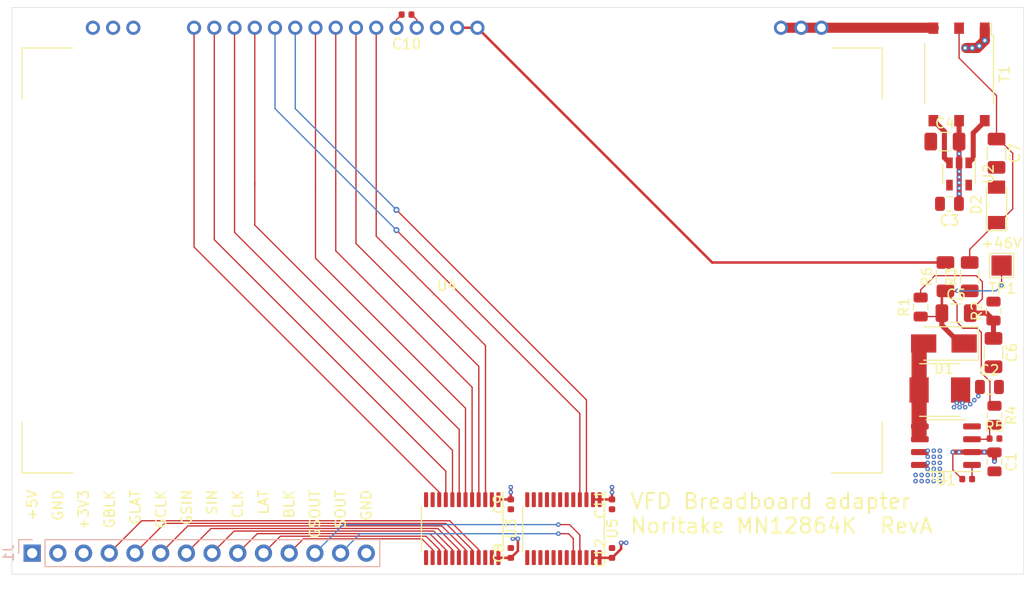
<source format=kicad_pcb>
(kicad_pcb (version 20171130) (host pcbnew 5.1.6)

  (general
    (thickness 1.6)
    (drawings 20)
    (tracks 257)
    (zones 0)
    (modules 30)
    (nets 41)
  )

  (page A4)
  (layers
    (0 F.Cu signal)
    (1 GND power)
    (2 PWR power)
    (31 B.Cu signal)
    (32 B.Adhes user)
    (33 F.Adhes user)
    (34 B.Paste user)
    (35 F.Paste user)
    (36 B.SilkS user)
    (37 F.SilkS user)
    (38 B.Mask user)
    (39 F.Mask user)
    (40 Dwgs.User user)
    (41 Cmts.User user)
    (42 Eco1.User user)
    (43 Eco2.User user)
    (44 Edge.Cuts user)
    (45 Margin user)
    (46 B.CrtYd user)
    (47 F.CrtYd user)
    (48 B.Fab user)
    (49 F.Fab user)
  )

  (setup
    (last_trace_width 0.25)
    (user_trace_width 0.25)
    (user_trace_width 0.5)
    (user_trace_width 1)
    (user_trace_width 1.5)
    (user_trace_width 2)
    (trace_clearance 0.127)
    (zone_clearance 0.127)
    (zone_45_only no)
    (trace_min 0.127)
    (via_size 0.45)
    (via_drill 0.2)
    (via_min_size 0.45)
    (via_min_drill 0.2)
    (user_via 0.6 0.3)
    (uvia_size 0.3)
    (uvia_drill 0.1)
    (uvias_allowed no)
    (uvia_min_size 0.2)
    (uvia_min_drill 0.1)
    (edge_width 0.05)
    (segment_width 0.2)
    (pcb_text_width 0.3)
    (pcb_text_size 1.5 1.5)
    (mod_edge_width 0.12)
    (mod_text_size 1 1)
    (mod_text_width 0.15)
    (pad_size 1.524 1.524)
    (pad_drill 0.762)
    (pad_to_mask_clearance 0.05)
    (aux_axis_origin 0 0)
    (grid_origin 100 100)
    (visible_elements FFFFFF7F)
    (pcbplotparams
      (layerselection 0x010fc_ffffffff)
      (usegerberextensions false)
      (usegerberattributes true)
      (usegerberadvancedattributes true)
      (creategerberjobfile true)
      (excludeedgelayer true)
      (linewidth 0.100000)
      (plotframeref false)
      (viasonmask false)
      (mode 1)
      (useauxorigin false)
      (hpglpennumber 1)
      (hpglpenspeed 20)
      (hpglpendiameter 15.000000)
      (psnegative false)
      (psa4output false)
      (plotreference true)
      (plotvalue true)
      (plotinvisibletext false)
      (padsonsilk false)
      (subtractmaskfromsilk false)
      (outputformat 1)
      (mirror false)
      (drillshape 1)
      (scaleselection 1)
      (outputdirectory ""))
  )

  (net 0 "")
  (net 1 GND)
  (net 2 +5V)
  (net 3 "Net-(C5-Pad2)")
  (net 4 +48V)
  (net 5 /FILAMENT_BIAS)
  (net 6 +3V3)
  (net 7 "Net-(D1-Pad2)")
  (net 8 /SOUT)
  (net 9 /GSOUT)
  (net 10 "Net-(J1-Pad10)")
  (net 11 "Net-(J1-Pad9)")
  (net 12 "Net-(J1-Pad8)")
  (net 13 "Net-(J1-Pad7)")
  (net 14 "Net-(J1-Pad6)")
  (net 15 "Net-(J1-Pad5)")
  (net 16 "Net-(J1-Pad4)")
  (net 17 "Net-(R4-Pad2)")
  (net 18 VDD2)
  (net 19 "Net-(T1-Pad6)")
  (net 20 "Net-(T1-Pad4)")
  (net 21 /F1)
  (net 22 /F2)
  (net 23 "Net-(U3-Pad10)")
  (net 24 "Net-(U3-Pad9)")
  (net 25 "Net-(U3-Pad8)")
  (net 26 "Net-(U3-Pad7)")
  (net 27 "Net-(U3-Pad6)")
  (net 28 "Net-(U3-Pad5)")
  (net 29 "Net-(U3-Pad4)")
  (net 30 "Net-(U3-Pad3)")
  (net 31 "Net-(U5-Pad19)")
  (net 32 "Net-(U5-Pad18)")
  (net 33 "Net-(U5-Pad17)")
  (net 34 "Net-(U5-Pad16)")
  (net 35 "Net-(U5-Pad15)")
  (net 36 "Net-(U5-Pad14)")
  (net 37 "Net-(U4-Pad10)")
  (net 38 "Net-(U4-Pad11)")
  (net 39 "Net-(J1-Pad11)")
  (net 40 "Net-(R7-Pad1)")

  (net_class Default "This is the default net class."
    (clearance 0.127)
    (trace_width 0.127)
    (via_dia 0.45)
    (via_drill 0.2)
    (uvia_dia 0.3)
    (uvia_drill 0.1)
    (add_net +3V3)
    (add_net +5V)
    (add_net /F1)
    (add_net /F2)
    (add_net /FILAMENT_BIAS)
    (add_net /GSOUT)
    (add_net /SOUT)
    (add_net GND)
    (add_net "Net-(C5-Pad2)")
    (add_net "Net-(D1-Pad2)")
    (add_net "Net-(J1-Pad10)")
    (add_net "Net-(J1-Pad11)")
    (add_net "Net-(J1-Pad4)")
    (add_net "Net-(J1-Pad5)")
    (add_net "Net-(J1-Pad6)")
    (add_net "Net-(J1-Pad7)")
    (add_net "Net-(J1-Pad8)")
    (add_net "Net-(J1-Pad9)")
    (add_net "Net-(R4-Pad2)")
    (add_net "Net-(R7-Pad1)")
    (add_net "Net-(T1-Pad4)")
    (add_net "Net-(T1-Pad6)")
    (add_net "Net-(U3-Pad10)")
    (add_net "Net-(U3-Pad3)")
    (add_net "Net-(U3-Pad4)")
    (add_net "Net-(U3-Pad5)")
    (add_net "Net-(U3-Pad6)")
    (add_net "Net-(U3-Pad7)")
    (add_net "Net-(U3-Pad8)")
    (add_net "Net-(U3-Pad9)")
    (add_net "Net-(U4-Pad10)")
    (add_net "Net-(U4-Pad11)")
    (add_net "Net-(U5-Pad14)")
    (add_net "Net-(U5-Pad15)")
    (add_net "Net-(U5-Pad16)")
    (add_net "Net-(U5-Pad17)")
    (add_net "Net-(U5-Pad18)")
    (add_net "Net-(U5-Pad19)")
  )

  (net_class +48V ""
    (clearance 0.25)
    (trace_width 0.127)
    (via_dia 0.45)
    (via_drill 0.2)
    (uvia_dia 0.3)
    (uvia_drill 0.1)
    (add_net +48V)
    (add_net VDD2)
  )

  (module TestPoint:TestPoint_Pad_2.0x2.0mm (layer F.Cu) (tedit 5A0F774F) (tstamp 5F5A6DF2)
    (at 197.8 125.5)
    (descr "SMD rectangular pad as test Point, square 2.0mm side length")
    (tags "test point SMD pad rectangle square")
    (path /5F5B9EE1)
    (attr virtual)
    (fp_text reference TP1 (at 0.08 2.25) (layer F.SilkS)
      (effects (font (size 1 1) (thickness 0.15)))
    )
    (fp_text value +48V (at 0 2.05) (layer F.Fab)
      (effects (font (size 1 1) (thickness 0.15)))
    )
    (fp_text user %R (at 0 -2) (layer F.Fab)
      (effects (font (size 1 1) (thickness 0.15)))
    )
    (fp_line (start -1.2 -1.2) (end 1.2 -1.2) (layer F.SilkS) (width 0.12))
    (fp_line (start 1.2 -1.2) (end 1.2 1.2) (layer F.SilkS) (width 0.12))
    (fp_line (start 1.2 1.2) (end -1.2 1.2) (layer F.SilkS) (width 0.12))
    (fp_line (start -1.2 1.2) (end -1.2 -1.2) (layer F.SilkS) (width 0.12))
    (fp_line (start -1.5 -1.5) (end 1.5 -1.5) (layer F.CrtYd) (width 0.05))
    (fp_line (start -1.5 -1.5) (end -1.5 1.5) (layer F.CrtYd) (width 0.05))
    (fp_line (start 1.5 1.5) (end 1.5 -1.5) (layer F.CrtYd) (width 0.05))
    (fp_line (start 1.5 1.5) (end -1.5 1.5) (layer F.CrtYd) (width 0.05))
    (pad 1 smd rect (at 0 0) (size 2 2) (layers F.Cu F.Mask)
      (net 4 +48V))
  )

  (module Resistor_SMD:R_0402_1005Metric (layer F.Cu) (tedit 5B301BBD) (tstamp 5F5B57C0)
    (at 194.4 146.6 180)
    (descr "Resistor SMD 0402 (1005 Metric), square (rectangular) end terminal, IPC_7351 nominal, (Body size source: http://www.tortai-tech.com/upload/download/2011102023233369053.pdf), generated with kicad-footprint-generator")
    (tags resistor)
    (path /5F8CA3C1)
    (attr smd)
    (fp_text reference R7 (at 0 -1.17) (layer F.SilkS) hide
      (effects (font (size 1 1) (thickness 0.15)))
    )
    (fp_text value 1kR (at 0 1.17) (layer F.Fab)
      (effects (font (size 1 1) (thickness 0.15)))
    )
    (fp_line (start 0.93 0.47) (end -0.93 0.47) (layer F.CrtYd) (width 0.05))
    (fp_line (start 0.93 -0.47) (end 0.93 0.47) (layer F.CrtYd) (width 0.05))
    (fp_line (start -0.93 -0.47) (end 0.93 -0.47) (layer F.CrtYd) (width 0.05))
    (fp_line (start -0.93 0.47) (end -0.93 -0.47) (layer F.CrtYd) (width 0.05))
    (fp_line (start 0.5 0.25) (end -0.5 0.25) (layer F.Fab) (width 0.1))
    (fp_line (start 0.5 -0.25) (end 0.5 0.25) (layer F.Fab) (width 0.1))
    (fp_line (start -0.5 -0.25) (end 0.5 -0.25) (layer F.Fab) (width 0.1))
    (fp_line (start -0.5 0.25) (end -0.5 -0.25) (layer F.Fab) (width 0.1))
    (fp_text user %R (at 0 0) (layer F.Fab)
      (effects (font (size 0.25 0.25) (thickness 0.04)))
    )
    (pad 2 smd roundrect (at 0.485 0 180) (size 0.59 0.64) (layers F.Cu F.Paste F.Mask) (roundrect_rratio 0.25)
      (net 2 +5V))
    (pad 1 smd roundrect (at -0.485 0 180) (size 0.59 0.64) (layers F.Cu F.Paste F.Mask) (roundrect_rratio 0.25)
      (net 40 "Net-(R7-Pad1)"))
    (model ${KISYS3DMOD}/Resistor_SMD.3dshapes/R_0402_1005Metric.wrl
      (at (xyz 0 0 0))
      (scale (xyz 1 1 1))
      (rotate (xyz 0 0 0))
    )
  )

  (module Resistor_SMD:R_1206_3216Metric (layer F.Cu) (tedit 5B301BBD) (tstamp 5F5A9AC5)
    (at 192.25 126.6 90)
    (descr "Resistor SMD 1206 (3216 Metric), square (rectangular) end terminal, IPC_7351 nominal, (Body size source: http://www.tortai-tech.com/upload/download/2011102023233369053.pdf), generated with kicad-footprint-generator")
    (tags resistor)
    (path /5F5B73FC)
    (attr smd)
    (fp_text reference R6 (at 0 -1.82 90) (layer F.SilkS)
      (effects (font (size 1 1) (thickness 0.15)))
    )
    (fp_text value 22R (at 0 1.82 90) (layer F.Fab)
      (effects (font (size 1 1) (thickness 0.15)))
    )
    (fp_line (start 2.28 1.12) (end -2.28 1.12) (layer F.CrtYd) (width 0.05))
    (fp_line (start 2.28 -1.12) (end 2.28 1.12) (layer F.CrtYd) (width 0.05))
    (fp_line (start -2.28 -1.12) (end 2.28 -1.12) (layer F.CrtYd) (width 0.05))
    (fp_line (start -2.28 1.12) (end -2.28 -1.12) (layer F.CrtYd) (width 0.05))
    (fp_line (start -0.602064 0.91) (end 0.602064 0.91) (layer F.SilkS) (width 0.12))
    (fp_line (start -0.602064 -0.91) (end 0.602064 -0.91) (layer F.SilkS) (width 0.12))
    (fp_line (start 1.6 0.8) (end -1.6 0.8) (layer F.Fab) (width 0.1))
    (fp_line (start 1.6 -0.8) (end 1.6 0.8) (layer F.Fab) (width 0.1))
    (fp_line (start -1.6 -0.8) (end 1.6 -0.8) (layer F.Fab) (width 0.1))
    (fp_line (start -1.6 0.8) (end -1.6 -0.8) (layer F.Fab) (width 0.1))
    (fp_text user %R (at 0 0 90) (layer F.Fab)
      (effects (font (size 0.8 0.8) (thickness 0.12)))
    )
    (pad 2 smd roundrect (at 1.4 0 90) (size 1.25 1.75) (layers F.Cu F.Paste F.Mask) (roundrect_rratio 0.2)
      (net 18 VDD2))
    (pad 1 smd roundrect (at -1.4 0 90) (size 1.25 1.75) (layers F.Cu F.Paste F.Mask) (roundrect_rratio 0.2)
      (net 4 +48V))
    (model ${KISYS3DMOD}/Resistor_SMD.3dshapes/R_1206_3216Metric.wrl
      (at (xyz 0 0 0))
      (scale (xyz 1 1 1))
      (rotate (xyz 0 0 0))
    )
  )

  (module Capacitor_SMD:C_1206_3216Metric (layer F.Cu) (tedit 5B301BBE) (tstamp 5F5A9980)
    (at 192.2 113.25)
    (descr "Capacitor SMD 1206 (3216 Metric), square (rectangular) end terminal, IPC_7351 nominal, (Body size source: http://www.tortai-tech.com/upload/download/2011102023233369053.pdf), generated with kicad-footprint-generator")
    (tags capacitor)
    (path /5F5B24B2)
    (attr smd)
    (fp_text reference C4 (at 0 -1.82) (layer F.SilkS)
      (effects (font (size 1 1) (thickness 0.15)))
    )
    (fp_text value 10uF (at 0 1.82) (layer F.Fab)
      (effects (font (size 1 1) (thickness 0.15)))
    )
    (fp_line (start 2.28 1.12) (end -2.28 1.12) (layer F.CrtYd) (width 0.05))
    (fp_line (start 2.28 -1.12) (end 2.28 1.12) (layer F.CrtYd) (width 0.05))
    (fp_line (start -2.28 -1.12) (end 2.28 -1.12) (layer F.CrtYd) (width 0.05))
    (fp_line (start -2.28 1.12) (end -2.28 -1.12) (layer F.CrtYd) (width 0.05))
    (fp_line (start -0.602064 0.91) (end 0.602064 0.91) (layer F.SilkS) (width 0.12))
    (fp_line (start -0.602064 -0.91) (end 0.602064 -0.91) (layer F.SilkS) (width 0.12))
    (fp_line (start 1.6 0.8) (end -1.6 0.8) (layer F.Fab) (width 0.1))
    (fp_line (start 1.6 -0.8) (end 1.6 0.8) (layer F.Fab) (width 0.1))
    (fp_line (start -1.6 -0.8) (end 1.6 -0.8) (layer F.Fab) (width 0.1))
    (fp_line (start -1.6 0.8) (end -1.6 -0.8) (layer F.Fab) (width 0.1))
    (fp_text user %R (at 0 0) (layer F.Fab)
      (effects (font (size 0.8 0.8) (thickness 0.12)))
    )
    (pad 2 smd roundrect (at 1.4 0) (size 1.25 1.75) (layers F.Cu F.Paste F.Mask) (roundrect_rratio 0.2)
      (net 2 +5V))
    (pad 1 smd roundrect (at -1.4 0) (size 1.25 1.75) (layers F.Cu F.Paste F.Mask) (roundrect_rratio 0.2)
      (net 1 GND))
    (model ${KISYS3DMOD}/Capacitor_SMD.3dshapes/C_1206_3216Metric.wrl
      (at (xyz 0 0 0))
      (scale (xyz 1 1 1))
      (rotate (xyz 0 0 0))
    )
  )

  (module Connector_PinHeader_2.54mm:PinHeader_1x14_P2.54mm_Vertical (layer B.Cu) (tedit 59FED5CC) (tstamp 5F5A9A51)
    (at 102 153.92 270)
    (descr "Through hole straight pin header, 1x14, 2.54mm pitch, single row")
    (tags "Through hole pin header THT 1x14 2.54mm single row")
    (path /5F6383FE)
    (fp_text reference J1 (at 0 2.33 270) (layer B.SilkS)
      (effects (font (size 1 1) (thickness 0.15)) (justify mirror))
    )
    (fp_text value Conn_01x14 (at 0 -35.35 270) (layer B.Fab)
      (effects (font (size 1 1) (thickness 0.15)) (justify mirror))
    )
    (fp_line (start 1.8 1.8) (end -1.8 1.8) (layer B.CrtYd) (width 0.05))
    (fp_line (start 1.8 -34.8) (end 1.8 1.8) (layer B.CrtYd) (width 0.05))
    (fp_line (start -1.8 -34.8) (end 1.8 -34.8) (layer B.CrtYd) (width 0.05))
    (fp_line (start -1.8 1.8) (end -1.8 -34.8) (layer B.CrtYd) (width 0.05))
    (fp_line (start -1.33 1.33) (end 0 1.33) (layer B.SilkS) (width 0.12))
    (fp_line (start -1.33 0) (end -1.33 1.33) (layer B.SilkS) (width 0.12))
    (fp_line (start -1.33 -1.27) (end 1.33 -1.27) (layer B.SilkS) (width 0.12))
    (fp_line (start 1.33 -1.27) (end 1.33 -34.35) (layer B.SilkS) (width 0.12))
    (fp_line (start -1.33 -1.27) (end -1.33 -34.35) (layer B.SilkS) (width 0.12))
    (fp_line (start -1.33 -34.35) (end 1.33 -34.35) (layer B.SilkS) (width 0.12))
    (fp_line (start -1.27 0.635) (end -0.635 1.27) (layer B.Fab) (width 0.1))
    (fp_line (start -1.27 -34.29) (end -1.27 0.635) (layer B.Fab) (width 0.1))
    (fp_line (start 1.27 -34.29) (end -1.27 -34.29) (layer B.Fab) (width 0.1))
    (fp_line (start 1.27 1.27) (end 1.27 -34.29) (layer B.Fab) (width 0.1))
    (fp_line (start -0.635 1.27) (end 1.27 1.27) (layer B.Fab) (width 0.1))
    (fp_text user %R (at 0 -16.51) (layer B.Fab)
      (effects (font (size 1 1) (thickness 0.15)) (justify mirror))
    )
    (pad 14 thru_hole oval (at 0 -33.02 270) (size 1.7 1.7) (drill 1) (layers *.Cu *.Mask)
      (net 1 GND))
    (pad 13 thru_hole oval (at 0 -30.48 270) (size 1.7 1.7) (drill 1) (layers *.Cu *.Mask)
      (net 8 /SOUT))
    (pad 12 thru_hole oval (at 0 -27.94 270) (size 1.7 1.7) (drill 1) (layers *.Cu *.Mask)
      (net 9 /GSOUT))
    (pad 11 thru_hole oval (at 0 -25.4 270) (size 1.7 1.7) (drill 1) (layers *.Cu *.Mask)
      (net 39 "Net-(J1-Pad11)"))
    (pad 10 thru_hole oval (at 0 -22.86 270) (size 1.7 1.7) (drill 1) (layers *.Cu *.Mask)
      (net 10 "Net-(J1-Pad10)"))
    (pad 9 thru_hole oval (at 0 -20.32 270) (size 1.7 1.7) (drill 1) (layers *.Cu *.Mask)
      (net 11 "Net-(J1-Pad9)"))
    (pad 8 thru_hole oval (at 0 -17.78 270) (size 1.7 1.7) (drill 1) (layers *.Cu *.Mask)
      (net 12 "Net-(J1-Pad8)"))
    (pad 7 thru_hole oval (at 0 -15.24 270) (size 1.7 1.7) (drill 1) (layers *.Cu *.Mask)
      (net 13 "Net-(J1-Pad7)"))
    (pad 6 thru_hole oval (at 0 -12.7 270) (size 1.7 1.7) (drill 1) (layers *.Cu *.Mask)
      (net 14 "Net-(J1-Pad6)"))
    (pad 5 thru_hole oval (at 0 -10.16 270) (size 1.7 1.7) (drill 1) (layers *.Cu *.Mask)
      (net 15 "Net-(J1-Pad5)"))
    (pad 4 thru_hole oval (at 0 -7.62 270) (size 1.7 1.7) (drill 1) (layers *.Cu *.Mask)
      (net 16 "Net-(J1-Pad4)"))
    (pad 3 thru_hole oval (at 0 -5.08 270) (size 1.7 1.7) (drill 1) (layers *.Cu *.Mask)
      (net 6 +3V3))
    (pad 2 thru_hole oval (at 0 -2.54 270) (size 1.7 1.7) (drill 1) (layers *.Cu *.Mask)
      (net 1 GND))
    (pad 1 thru_hole rect (at 0 0 270) (size 1.7 1.7) (drill 1) (layers *.Cu *.Mask)
      (net 2 +5V))
    (model ${KISYS3DMOD}/Connector_PinHeader_2.54mm.3dshapes/PinHeader_1x14_P2.54mm_Vertical.wrl
      (at (xyz 0 0 0))
      (scale (xyz 1 1 1))
      (rotate (xyz 0 0 0))
    )
  )

  (module VFD_Noritake:MN12864K (layer F.Cu) (tedit 5F5A2F4F) (tstamp 5F5AA5C9)
    (at 108 102)
    (path /5F5A46B5)
    (fp_text reference U4 (at 35 25.5) (layer F.SilkS)
      (effects (font (size 1 1) (thickness 0.15)))
    )
    (fp_text value MN12864K (at 35 24.5) (layer F.Fab)
      (effects (font (size 1 1) (thickness 0.15)))
    )
    (fp_line (start -7 44) (end -2 44) (layer F.SilkS) (width 0.12))
    (fp_line (start -7 39) (end -7 44) (layer F.SilkS) (width 0.12))
    (fp_line (start 78 44) (end 73 44) (layer F.SilkS) (width 0.12))
    (fp_line (start 78 39) (end 78 44) (layer F.SilkS) (width 0.12))
    (fp_line (start 78 2) (end 78 7) (layer F.SilkS) (width 0.12))
    (fp_line (start 73 2) (end 78 2) (layer F.SilkS) (width 0.12))
    (fp_line (start -7 2) (end -7 7) (layer F.SilkS) (width 0.12))
    (fp_line (start -2 2) (end -7 2) (layer F.SilkS) (width 0.12))
    (fp_line (start -8 45) (end -8 -2) (layer F.CrtYd) (width 0.05))
    (fp_line (start 79 45) (end -8 45) (layer F.CrtYd) (width 0.05))
    (fp_line (start 79 -2) (end 79 45) (layer F.CrtYd) (width 0.05))
    (fp_line (start -8 -2) (end 79 -2) (layer F.CrtYd) (width 0.05))
    (fp_line (start -7 44) (end -7 2) (layer F.Fab) (width 0.05))
    (fp_line (start 78 44) (end -7 44) (layer F.Fab) (width 0.05))
    (fp_line (start 78 2) (end 78 44) (layer F.Fab) (width 0.05))
    (fp_line (start -7 2) (end 78 2) (layer F.Fab) (width 0.05))
    (pad 37 thru_hole circle (at 72 0) (size 1.4 1.4) (drill 0.85) (layers *.Cu *.Mask)
      (net 22 /F2))
    (pad 36 thru_hole circle (at 70 0) (size 1.4 1.4) (drill 0.85) (layers *.Cu *.Mask)
      (net 22 /F2))
    (pad 35 thru_hole circle (at 68 0) (size 1.4 1.4) (drill 0.85) (layers *.Cu *.Mask)
      (net 22 /F2))
    (pad 20 thru_hole circle (at 38 0) (size 1.4 1.4) (drill 0.85) (layers *.Cu *.Mask)
      (net 18 VDD2))
    (pad 19 thru_hole circle (at 36 0) (size 1.4 1.4) (drill 0.85) (layers *.Cu *.Mask)
      (net 18 VDD2))
    (pad 18 thru_hole circle (at 34 0) (size 1.4 1.4) (drill 0.85) (layers *.Cu *.Mask)
      (net 1 GND))
    (pad 17 thru_hole circle (at 32 0) (size 1.4 1.4) (drill 0.85) (layers *.Cu *.Mask)
      (net 1 GND))
    (pad 16 thru_hole circle (at 30 0) (size 1.4 1.4) (drill 0.85) (layers *.Cu *.Mask)
      (net 2 +5V))
    (pad 15 thru_hole circle (at 28 0) (size 1.4 1.4) (drill 0.85) (layers *.Cu *.Mask)
      (net 30 "Net-(U3-Pad3)"))
    (pad 14 thru_hole circle (at 26 0) (size 1.4 1.4) (drill 0.85) (layers *.Cu *.Mask)
      (net 29 "Net-(U3-Pad4)"))
    (pad 13 thru_hole circle (at 24 0) (size 1.4 1.4) (drill 0.85) (layers *.Cu *.Mask)
      (net 28 "Net-(U3-Pad5)"))
    (pad 12 thru_hole circle (at 22 0) (size 1.4 1.4) (drill 0.85) (layers *.Cu *.Mask)
      (net 27 "Net-(U3-Pad6)"))
    (pad 11 thru_hole circle (at 20 0) (size 1.4 1.4) (drill 0.85) (layers *.Cu *.Mask)
      (net 38 "Net-(U4-Pad11)"))
    (pad 10 thru_hole circle (at 18 0) (size 1.4 1.4) (drill 0.85) (layers *.Cu *.Mask)
      (net 37 "Net-(U4-Pad10)"))
    (pad 9 thru_hole circle (at 16 0) (size 1.4 1.4) (drill 0.85) (layers *.Cu *.Mask)
      (net 26 "Net-(U3-Pad7)"))
    (pad 8 thru_hole circle (at 14 0) (size 1.4 1.4) (drill 0.85) (layers *.Cu *.Mask)
      (net 25 "Net-(U3-Pad8)"))
    (pad 7 thru_hole circle (at 12 0) (size 1.4 1.4) (drill 0.85) (layers *.Cu *.Mask)
      (net 24 "Net-(U3-Pad9)"))
    (pad 6 thru_hole circle (at 10 0) (size 1.4 1.4) (drill 0.85) (layers *.Cu *.Mask)
      (net 23 "Net-(U3-Pad10)"))
    (pad 3 thru_hole circle (at 4 0) (size 1.4 1.4) (drill 0.85) (layers *.Cu *.Mask)
      (net 21 /F1))
    (pad 2 thru_hole circle (at 2 0) (size 1.4 1.4) (drill 0.85) (layers *.Cu *.Mask)
      (net 21 /F1))
    (pad 1 thru_hole circle (at 0 0) (size 1.4 1.4) (drill 0.85) (layers *.Cu *.Mask)
      (net 21 /F1))
  )

  (module Package_SO:TSSOP-24_4.4x7.8mm_P0.65mm (layer F.Cu) (tedit 5E476F32) (tstamp 5F5A9B5E)
    (at 154.5 151.5 270)
    (descr "TSSOP, 24 Pin (JEDEC MO-153 Var AD https://www.jedec.org/document_search?search_api_views_fulltext=MO-153), generated with kicad-footprint-generator ipc_gullwing_generator.py")
    (tags "TSSOP SO")
    (path /5F5A5C29)
    (attr smd)
    (fp_text reference U5 (at 0 -4.85 270) (layer F.SilkS)
      (effects (font (size 1 1) (thickness 0.15)))
    )
    (fp_text value SN74AVC8T245PW (at 0 4.85 270) (layer F.Fab)
      (effects (font (size 1 1) (thickness 0.15)))
    )
    (fp_line (start 3.85 -4.15) (end -3.85 -4.15) (layer F.CrtYd) (width 0.05))
    (fp_line (start 3.85 4.15) (end 3.85 -4.15) (layer F.CrtYd) (width 0.05))
    (fp_line (start -3.85 4.15) (end 3.85 4.15) (layer F.CrtYd) (width 0.05))
    (fp_line (start -3.85 -4.15) (end -3.85 4.15) (layer F.CrtYd) (width 0.05))
    (fp_line (start -2.2 -2.9) (end -1.2 -3.9) (layer F.Fab) (width 0.1))
    (fp_line (start -2.2 3.9) (end -2.2 -2.9) (layer F.Fab) (width 0.1))
    (fp_line (start 2.2 3.9) (end -2.2 3.9) (layer F.Fab) (width 0.1))
    (fp_line (start 2.2 -3.9) (end 2.2 3.9) (layer F.Fab) (width 0.1))
    (fp_line (start -1.2 -3.9) (end 2.2 -3.9) (layer F.Fab) (width 0.1))
    (fp_line (start 0 -4.035) (end -3.6 -4.035) (layer F.SilkS) (width 0.12))
    (fp_line (start 0 -4.035) (end 2.2 -4.035) (layer F.SilkS) (width 0.12))
    (fp_line (start 0 4.035) (end -2.2 4.035) (layer F.SilkS) (width 0.12))
    (fp_line (start 0 4.035) (end 2.2 4.035) (layer F.SilkS) (width 0.12))
    (fp_text user %R (at 0 0 270) (layer F.Fab)
      (effects (font (size 1 1) (thickness 0.15)))
    )
    (pad 24 smd roundrect (at 2.8625 -3.575 270) (size 1.475 0.4) (layers F.Cu F.Paste F.Mask) (roundrect_rratio 0.25)
      (net 6 +3V3))
    (pad 23 smd roundrect (at 2.8625 -2.925 270) (size 1.475 0.4) (layers F.Cu F.Paste F.Mask) (roundrect_rratio 0.25)
      (net 6 +3V3))
    (pad 22 smd roundrect (at 2.8625 -2.275 270) (size 1.475 0.4) (layers F.Cu F.Paste F.Mask) (roundrect_rratio 0.25)
      (net 1 GND))
    (pad 21 smd roundrect (at 2.8625 -1.625 270) (size 1.475 0.4) (layers F.Cu F.Paste F.Mask) (roundrect_rratio 0.25)
      (net 9 /GSOUT))
    (pad 20 smd roundrect (at 2.8625 -0.975 270) (size 1.475 0.4) (layers F.Cu F.Paste F.Mask) (roundrect_rratio 0.25)
      (net 8 /SOUT))
    (pad 19 smd roundrect (at 2.8625 -0.325 270) (size 1.475 0.4) (layers F.Cu F.Paste F.Mask) (roundrect_rratio 0.25)
      (net 31 "Net-(U5-Pad19)"))
    (pad 18 smd roundrect (at 2.8625 0.325 270) (size 1.475 0.4) (layers F.Cu F.Paste F.Mask) (roundrect_rratio 0.25)
      (net 32 "Net-(U5-Pad18)"))
    (pad 17 smd roundrect (at 2.8625 0.975 270) (size 1.475 0.4) (layers F.Cu F.Paste F.Mask) (roundrect_rratio 0.25)
      (net 33 "Net-(U5-Pad17)"))
    (pad 16 smd roundrect (at 2.8625 1.625 270) (size 1.475 0.4) (layers F.Cu F.Paste F.Mask) (roundrect_rratio 0.25)
      (net 34 "Net-(U5-Pad16)"))
    (pad 15 smd roundrect (at 2.8625 2.275 270) (size 1.475 0.4) (layers F.Cu F.Paste F.Mask) (roundrect_rratio 0.25)
      (net 35 "Net-(U5-Pad15)"))
    (pad 14 smd roundrect (at 2.8625 2.925 270) (size 1.475 0.4) (layers F.Cu F.Paste F.Mask) (roundrect_rratio 0.25)
      (net 36 "Net-(U5-Pad14)"))
    (pad 13 smd roundrect (at 2.8625 3.575 270) (size 1.475 0.4) (layers F.Cu F.Paste F.Mask) (roundrect_rratio 0.25)
      (net 1 GND))
    (pad 12 smd roundrect (at -2.8625 3.575 270) (size 1.475 0.4) (layers F.Cu F.Paste F.Mask) (roundrect_rratio 0.25)
      (net 1 GND))
    (pad 11 smd roundrect (at -2.8625 2.925 270) (size 1.475 0.4) (layers F.Cu F.Paste F.Mask) (roundrect_rratio 0.25)
      (net 1 GND))
    (pad 10 smd roundrect (at -2.8625 2.275 270) (size 1.475 0.4) (layers F.Cu F.Paste F.Mask) (roundrect_rratio 0.25)
      (net 1 GND))
    (pad 9 smd roundrect (at -2.8625 1.625 270) (size 1.475 0.4) (layers F.Cu F.Paste F.Mask) (roundrect_rratio 0.25)
      (net 1 GND))
    (pad 8 smd roundrect (at -2.8625 0.975 270) (size 1.475 0.4) (layers F.Cu F.Paste F.Mask) (roundrect_rratio 0.25)
      (net 1 GND))
    (pad 7 smd roundrect (at -2.8625 0.325 270) (size 1.475 0.4) (layers F.Cu F.Paste F.Mask) (roundrect_rratio 0.25)
      (net 1 GND))
    (pad 6 smd roundrect (at -2.8625 -0.325 270) (size 1.475 0.4) (layers F.Cu F.Paste F.Mask) (roundrect_rratio 0.25)
      (net 1 GND))
    (pad 5 smd roundrect (at -2.8625 -0.975 270) (size 1.475 0.4) (layers F.Cu F.Paste F.Mask) (roundrect_rratio 0.25)
      (net 1 GND))
    (pad 4 smd roundrect (at -2.8625 -1.625 270) (size 1.475 0.4) (layers F.Cu F.Paste F.Mask) (roundrect_rratio 0.25)
      (net 37 "Net-(U4-Pad10)"))
    (pad 3 smd roundrect (at -2.8625 -2.275 270) (size 1.475 0.4) (layers F.Cu F.Paste F.Mask) (roundrect_rratio 0.25)
      (net 38 "Net-(U4-Pad11)"))
    (pad 2 smd roundrect (at -2.8625 -2.925 270) (size 1.475 0.4) (layers F.Cu F.Paste F.Mask) (roundrect_rratio 0.25)
      (net 2 +5V))
    (pad 1 smd roundrect (at -2.8625 -3.575 270) (size 1.475 0.4) (layers F.Cu F.Paste F.Mask) (roundrect_rratio 0.25)
      (net 2 +5V))
    (model ${KISYS3DMOD}/Package_SO.3dshapes/TSSOP-24_4.4x7.8mm_P0.65mm.wrl
      (at (xyz 0 0 0))
      (scale (xyz 1 1 1))
      (rotate (xyz 0 0 0))
    )
  )

  (module Package_SO:TSSOP-24_4.4x7.8mm_P0.65mm (layer F.Cu) (tedit 5E476F32) (tstamp 5F5AAB50)
    (at 144.5 151.5 270)
    (descr "TSSOP, 24 Pin (JEDEC MO-153 Var AD https://www.jedec.org/document_search?search_api_views_fulltext=MO-153), generated with kicad-footprint-generator ipc_gullwing_generator.py")
    (tags "TSSOP SO")
    (path /5F5A4EF0)
    (attr smd)
    (fp_text reference U3 (at 0 -4.85 90) (layer F.SilkS)
      (effects (font (size 1 1) (thickness 0.15)))
    )
    (fp_text value SN74AVC8T245PW (at 0 4.85 90) (layer F.Fab)
      (effects (font (size 1 1) (thickness 0.15)))
    )
    (fp_line (start 3.85 -4.15) (end -3.85 -4.15) (layer F.CrtYd) (width 0.05))
    (fp_line (start 3.85 4.15) (end 3.85 -4.15) (layer F.CrtYd) (width 0.05))
    (fp_line (start -3.85 4.15) (end 3.85 4.15) (layer F.CrtYd) (width 0.05))
    (fp_line (start -3.85 -4.15) (end -3.85 4.15) (layer F.CrtYd) (width 0.05))
    (fp_line (start -2.2 -2.9) (end -1.2 -3.9) (layer F.Fab) (width 0.1))
    (fp_line (start -2.2 3.9) (end -2.2 -2.9) (layer F.Fab) (width 0.1))
    (fp_line (start 2.2 3.9) (end -2.2 3.9) (layer F.Fab) (width 0.1))
    (fp_line (start 2.2 -3.9) (end 2.2 3.9) (layer F.Fab) (width 0.1))
    (fp_line (start -1.2 -3.9) (end 2.2 -3.9) (layer F.Fab) (width 0.1))
    (fp_line (start 0 -4.035) (end -3.6 -4.035) (layer F.SilkS) (width 0.12))
    (fp_line (start 0 -4.035) (end 2.2 -4.035) (layer F.SilkS) (width 0.12))
    (fp_line (start 0 4.035) (end -2.2 4.035) (layer F.SilkS) (width 0.12))
    (fp_line (start 0 4.035) (end 2.2 4.035) (layer F.SilkS) (width 0.12))
    (fp_text user %R (at 0 0 90) (layer F.Fab)
      (effects (font (size 1 1) (thickness 0.15)))
    )
    (pad 24 smd roundrect (at 2.8625 -3.575 270) (size 1.475 0.4) (layers F.Cu F.Paste F.Mask) (roundrect_rratio 0.25)
      (net 6 +3V3))
    (pad 23 smd roundrect (at 2.8625 -2.925 270) (size 1.475 0.4) (layers F.Cu F.Paste F.Mask) (roundrect_rratio 0.25)
      (net 6 +3V3))
    (pad 22 smd roundrect (at 2.8625 -2.275 270) (size 1.475 0.4) (layers F.Cu F.Paste F.Mask) (roundrect_rratio 0.25)
      (net 1 GND))
    (pad 21 smd roundrect (at 2.8625 -1.625 270) (size 1.475 0.4) (layers F.Cu F.Paste F.Mask) (roundrect_rratio 0.25)
      (net 16 "Net-(J1-Pad4)"))
    (pad 20 smd roundrect (at 2.8625 -0.975 270) (size 1.475 0.4) (layers F.Cu F.Paste F.Mask) (roundrect_rratio 0.25)
      (net 15 "Net-(J1-Pad5)"))
    (pad 19 smd roundrect (at 2.8625 -0.325 270) (size 1.475 0.4) (layers F.Cu F.Paste F.Mask) (roundrect_rratio 0.25)
      (net 14 "Net-(J1-Pad6)"))
    (pad 18 smd roundrect (at 2.8625 0.325 270) (size 1.475 0.4) (layers F.Cu F.Paste F.Mask) (roundrect_rratio 0.25)
      (net 13 "Net-(J1-Pad7)"))
    (pad 17 smd roundrect (at 2.8625 0.975 270) (size 1.475 0.4) (layers F.Cu F.Paste F.Mask) (roundrect_rratio 0.25)
      (net 12 "Net-(J1-Pad8)"))
    (pad 16 smd roundrect (at 2.8625 1.625 270) (size 1.475 0.4) (layers F.Cu F.Paste F.Mask) (roundrect_rratio 0.25)
      (net 11 "Net-(J1-Pad9)"))
    (pad 15 smd roundrect (at 2.8625 2.275 270) (size 1.475 0.4) (layers F.Cu F.Paste F.Mask) (roundrect_rratio 0.25)
      (net 10 "Net-(J1-Pad10)"))
    (pad 14 smd roundrect (at 2.8625 2.925 270) (size 1.475 0.4) (layers F.Cu F.Paste F.Mask) (roundrect_rratio 0.25)
      (net 39 "Net-(J1-Pad11)"))
    (pad 13 smd roundrect (at 2.8625 3.575 270) (size 1.475 0.4) (layers F.Cu F.Paste F.Mask) (roundrect_rratio 0.25)
      (net 1 GND))
    (pad 12 smd roundrect (at -2.8625 3.575 270) (size 1.475 0.4) (layers F.Cu F.Paste F.Mask) (roundrect_rratio 0.25)
      (net 1 GND))
    (pad 11 smd roundrect (at -2.8625 2.925 270) (size 1.475 0.4) (layers F.Cu F.Paste F.Mask) (roundrect_rratio 0.25)
      (net 1 GND))
    (pad 10 smd roundrect (at -2.8625 2.275 270) (size 1.475 0.4) (layers F.Cu F.Paste F.Mask) (roundrect_rratio 0.25)
      (net 23 "Net-(U3-Pad10)"))
    (pad 9 smd roundrect (at -2.8625 1.625 270) (size 1.475 0.4) (layers F.Cu F.Paste F.Mask) (roundrect_rratio 0.25)
      (net 24 "Net-(U3-Pad9)"))
    (pad 8 smd roundrect (at -2.8625 0.975 270) (size 1.475 0.4) (layers F.Cu F.Paste F.Mask) (roundrect_rratio 0.25)
      (net 25 "Net-(U3-Pad8)"))
    (pad 7 smd roundrect (at -2.8625 0.325 270) (size 1.475 0.4) (layers F.Cu F.Paste F.Mask) (roundrect_rratio 0.25)
      (net 26 "Net-(U3-Pad7)"))
    (pad 6 smd roundrect (at -2.8625 -0.325 270) (size 1.475 0.4) (layers F.Cu F.Paste F.Mask) (roundrect_rratio 0.25)
      (net 27 "Net-(U3-Pad6)"))
    (pad 5 smd roundrect (at -2.8625 -0.975 270) (size 1.475 0.4) (layers F.Cu F.Paste F.Mask) (roundrect_rratio 0.25)
      (net 28 "Net-(U3-Pad5)"))
    (pad 4 smd roundrect (at -2.8625 -1.625 270) (size 1.475 0.4) (layers F.Cu F.Paste F.Mask) (roundrect_rratio 0.25)
      (net 29 "Net-(U3-Pad4)"))
    (pad 3 smd roundrect (at -2.8625 -2.275 270) (size 1.475 0.4) (layers F.Cu F.Paste F.Mask) (roundrect_rratio 0.25)
      (net 30 "Net-(U3-Pad3)"))
    (pad 2 smd roundrect (at -2.8625 -2.925 270) (size 1.475 0.4) (layers F.Cu F.Paste F.Mask) (roundrect_rratio 0.25)
      (net 1 GND))
    (pad 1 smd roundrect (at -2.8625 -3.575 270) (size 1.475 0.4) (layers F.Cu F.Paste F.Mask) (roundrect_rratio 0.25)
      (net 2 +5V))
    (model ${KISYS3DMOD}/Package_SO.3dshapes/TSSOP-24_4.4x7.8mm_P0.65mm.wrl
      (at (xyz 0 0 0))
      (scale (xyz 1 1 1))
      (rotate (xyz 0 0 0))
    )
  )

  (module Package_TO_SOT_SMD:SOT-23-5 (layer F.Cu) (tedit 5A02FF57) (tstamp 5F5A9B0A)
    (at 193.6 116.45 270)
    (descr "5-pin SOT23 package")
    (tags SOT-23-5)
    (path /5F5AA87B)
    (attr smd)
    (fp_text reference U2 (at 0 -2.9 90) (layer F.SilkS)
      (effects (font (size 1 1) (thickness 0.15)))
    )
    (fp_text value SN6501 (at 0 2.9 90) (layer F.Fab)
      (effects (font (size 1 1) (thickness 0.15)))
    )
    (fp_line (start 0.9 -1.55) (end 0.9 1.55) (layer F.Fab) (width 0.1))
    (fp_line (start 0.9 1.55) (end -0.9 1.55) (layer F.Fab) (width 0.1))
    (fp_line (start -0.9 -0.9) (end -0.9 1.55) (layer F.Fab) (width 0.1))
    (fp_line (start 0.9 -1.55) (end -0.25 -1.55) (layer F.Fab) (width 0.1))
    (fp_line (start -0.9 -0.9) (end -0.25 -1.55) (layer F.Fab) (width 0.1))
    (fp_line (start -1.9 1.8) (end -1.9 -1.8) (layer F.CrtYd) (width 0.05))
    (fp_line (start 1.9 1.8) (end -1.9 1.8) (layer F.CrtYd) (width 0.05))
    (fp_line (start 1.9 -1.8) (end 1.9 1.8) (layer F.CrtYd) (width 0.05))
    (fp_line (start -1.9 -1.8) (end 1.9 -1.8) (layer F.CrtYd) (width 0.05))
    (fp_line (start 0.9 -1.61) (end -1.55 -1.61) (layer F.SilkS) (width 0.12))
    (fp_line (start -0.9 1.61) (end 0.9 1.61) (layer F.SilkS) (width 0.12))
    (fp_text user %R (at 0 0) (layer F.Fab)
      (effects (font (size 0.5 0.5) (thickness 0.075)))
    )
    (pad 5 smd rect (at 1.1 -0.95 270) (size 1.06 0.65) (layers F.Cu F.Paste F.Mask)
      (net 1 GND))
    (pad 4 smd rect (at 1.1 0.95 270) (size 1.06 0.65) (layers F.Cu F.Paste F.Mask)
      (net 1 GND))
    (pad 3 smd rect (at -1.1 0.95 270) (size 1.06 0.65) (layers F.Cu F.Paste F.Mask)
      (net 20 "Net-(T1-Pad4)"))
    (pad 2 smd rect (at -1.1 0 270) (size 1.06 0.65) (layers F.Cu F.Paste F.Mask)
      (net 2 +5V))
    (pad 1 smd rect (at -1.1 -0.95 270) (size 1.06 0.65) (layers F.Cu F.Paste F.Mask)
      (net 19 "Net-(T1-Pad6)"))
    (model ${KISYS3DMOD}/Package_TO_SOT_SMD.3dshapes/SOT-23-5.wrl
      (at (xyz 0 0 0))
      (scale (xyz 1 1 1))
      (rotate (xyz 0 0 0))
    )
  )

  (module Package_SO:SO-8_3.9x4.9mm_P1.27mm (layer F.Cu) (tedit 5D9F72B1) (tstamp 5F5A9AF5)
    (at 192.3 143.3 180)
    (descr "SO, 8 Pin (https://www.nxp.com/docs/en/data-sheet/PCF8523.pdf), generated with kicad-footprint-generator ipc_gullwing_generator.py")
    (tags "SO SO")
    (path /5F6952CC)
    (attr smd)
    (fp_text reference U1 (at 0 -3.4) (layer F.SilkS)
      (effects (font (size 1 1) (thickness 0.15)))
    )
    (fp_text value XL6007E1 (at 0 3.4) (layer F.Fab)
      (effects (font (size 1 1) (thickness 0.15)))
    )
    (fp_line (start 3.7 -2.7) (end -3.7 -2.7) (layer F.CrtYd) (width 0.05))
    (fp_line (start 3.7 2.7) (end 3.7 -2.7) (layer F.CrtYd) (width 0.05))
    (fp_line (start -3.7 2.7) (end 3.7 2.7) (layer F.CrtYd) (width 0.05))
    (fp_line (start -3.7 -2.7) (end -3.7 2.7) (layer F.CrtYd) (width 0.05))
    (fp_line (start -1.95 -1.475) (end -0.975 -2.45) (layer F.Fab) (width 0.1))
    (fp_line (start -1.95 2.45) (end -1.95 -1.475) (layer F.Fab) (width 0.1))
    (fp_line (start 1.95 2.45) (end -1.95 2.45) (layer F.Fab) (width 0.1))
    (fp_line (start 1.95 -2.45) (end 1.95 2.45) (layer F.Fab) (width 0.1))
    (fp_line (start -0.975 -2.45) (end 1.95 -2.45) (layer F.Fab) (width 0.1))
    (fp_line (start 0 -2.56) (end -3.45 -2.56) (layer F.SilkS) (width 0.12))
    (fp_line (start 0 -2.56) (end 1.95 -2.56) (layer F.SilkS) (width 0.12))
    (fp_line (start 0 2.56) (end -1.95 2.56) (layer F.SilkS) (width 0.12))
    (fp_line (start 0 2.56) (end 1.95 2.56) (layer F.SilkS) (width 0.12))
    (fp_text user %R (at 0 0) (layer F.Fab)
      (effects (font (size 0.98 0.98) (thickness 0.15)))
    )
    (pad 8 smd roundrect (at 2.575 -1.905 180) (size 1.75 0.6) (layers F.Cu F.Paste F.Mask) (roundrect_rratio 0.25)
      (net 1 GND))
    (pad 7 smd roundrect (at 2.575 -0.635 180) (size 1.75 0.6) (layers F.Cu F.Paste F.Mask) (roundrect_rratio 0.25)
      (net 1 GND))
    (pad 6 smd roundrect (at 2.575 0.635 180) (size 1.75 0.6) (layers F.Cu F.Paste F.Mask) (roundrect_rratio 0.25)
      (net 7 "Net-(D1-Pad2)"))
    (pad 5 smd roundrect (at 2.575 1.905 180) (size 1.75 0.6) (layers F.Cu F.Paste F.Mask) (roundrect_rratio 0.25)
      (net 7 "Net-(D1-Pad2)"))
    (pad 4 smd roundrect (at -2.575 1.905 180) (size 1.75 0.6) (layers F.Cu F.Paste F.Mask) (roundrect_rratio 0.25))
    (pad 3 smd roundrect (at -2.575 0.635 180) (size 1.75 0.6) (layers F.Cu F.Paste F.Mask) (roundrect_rratio 0.25)
      (net 17 "Net-(R4-Pad2)"))
    (pad 2 smd roundrect (at -2.575 -0.635 180) (size 1.75 0.6) (layers F.Cu F.Paste F.Mask) (roundrect_rratio 0.25)
      (net 2 +5V))
    (pad 1 smd roundrect (at -2.575 -1.905 180) (size 1.75 0.6) (layers F.Cu F.Paste F.Mask) (roundrect_rratio 0.25)
      (net 40 "Net-(R7-Pad1)"))
    (model ${KISYS3DMOD}/Package_SO.3dshapes/SO-8_3.9x4.9mm_P1.27mm.wrl
      (at (xyz 0 0 0))
      (scale (xyz 1 1 1))
      (rotate (xyz 0 0 0))
    )
  )

  (module Transformer_Würth:Transformer_Würth_10.05x6.73_6P (layer F.Cu) (tedit 5EB1F271) (tstamp 5F5A9ADB)
    (at 193.6 106.55 270)
    (path /5F5A82AB)
    (attr smd)
    (fp_text reference T1 (at 0 -4.5 90) (layer F.SilkS)
      (effects (font (size 1 1) (thickness 0.15)))
    )
    (fp_text value "Wuerth 760390013" (at 0 4.6 90) (layer F.Fab)
      (effects (font (size 1 1) (thickness 0.15)))
    )
    (fp_line (start -3.8 -3.2) (end -3.8 -3.4) (layer F.SilkS) (width 0.12))
    (fp_line (start -5 -3.2) (end -3.8 -3.2) (layer F.SilkS) (width 0.12))
    (fp_line (start -5.3 3.7) (end -5.3 -3.7) (layer F.Fab) (width 0.05))
    (fp_line (start 5.4 3.7) (end -5.3 3.7) (layer F.Fab) (width 0.05))
    (fp_line (start 5.4 -3.7) (end 5.4 3.7) (layer F.Fab) (width 0.05))
    (fp_line (start -5.3 -3.7) (end 5.4 -3.7) (layer F.Fab) (width 0.05))
    (fp_line (start 5.3 -3.6) (end 5.3 3.6) (layer F.CrtYd) (width 0.05))
    (fp_line (start -5.2 -3.6) (end 5.3 -3.6) (layer F.CrtYd) (width 0.05))
    (fp_line (start -5.2 3.6) (end -5.2 -3.6) (layer F.CrtYd) (width 0.05))
    (fp_line (start 5.3 3.6) (end -5.2 3.6) (layer F.CrtYd) (width 0.05))
    (fp_line (start 3 3.4) (end -3 3.4) (layer F.SilkS) (width 0.12))
    (fp_line (start -3.8 -3.4) (end 3 -3.4) (layer F.SilkS) (width 0.12))
    (pad 6 smd rect (at 4.633 -2.54 90) (size 1.12 0.96) (layers F.Cu F.Paste F.Mask)
      (net 19 "Net-(T1-Pad6)"))
    (pad 5 smd rect (at 4.633 0 90) (size 1.12 0.96) (layers F.Cu F.Paste F.Mask)
      (net 2 +5V))
    (pad 4 smd rect (at 4.633 2.54 90) (size 1.12 0.96) (layers F.Cu F.Paste F.Mask)
      (net 20 "Net-(T1-Pad4)"))
    (pad 3 smd rect (at -4.507 2.54 90) (size 1.12 0.96) (layers F.Cu F.Paste F.Mask)
      (net 22 /F2))
    (pad 2 smd rect (at -4.507 0 90) (size 1.12 0.96) (layers F.Cu F.Paste F.Mask)
      (net 5 /FILAMENT_BIAS))
    (pad 1 smd rect (at -4.507 -2.54 90) (size 1.12 0.96) (layers F.Cu F.Paste F.Mask)
      (net 21 /F1))
    (model ${KIPRJMOD}/lib/760390013_STP_250-1109_rev1.STEP
      (offset (xyz 5.1 -3.35 0))
      (scale (xyz 1 1 1))
      (rotate (xyz -90 0 0))
    )
  )

  (module Resistor_SMD:R_0402_1005Metric (layer F.Cu) (tedit 5B301BBD) (tstamp 5F5A9AB4)
    (at 197.1 142.6)
    (descr "Resistor SMD 0402 (1005 Metric), square (rectangular) end terminal, IPC_7351 nominal, (Body size source: http://www.tortai-tech.com/upload/download/2011102023233369053.pdf), generated with kicad-footprint-generator")
    (tags resistor)
    (path /5F73137B)
    (attr smd)
    (fp_text reference R5 (at 0 -1.17) (layer F.SilkS)
      (effects (font (size 1 1) (thickness 0.15)))
    )
    (fp_text value 1kR (at 0 1.17) (layer F.Fab)
      (effects (font (size 1 1) (thickness 0.15)))
    )
    (fp_line (start 0.93 0.47) (end -0.93 0.47) (layer F.CrtYd) (width 0.05))
    (fp_line (start 0.93 -0.47) (end 0.93 0.47) (layer F.CrtYd) (width 0.05))
    (fp_line (start -0.93 -0.47) (end 0.93 -0.47) (layer F.CrtYd) (width 0.05))
    (fp_line (start -0.93 0.47) (end -0.93 -0.47) (layer F.CrtYd) (width 0.05))
    (fp_line (start 0.5 0.25) (end -0.5 0.25) (layer F.Fab) (width 0.1))
    (fp_line (start 0.5 -0.25) (end 0.5 0.25) (layer F.Fab) (width 0.1))
    (fp_line (start -0.5 -0.25) (end 0.5 -0.25) (layer F.Fab) (width 0.1))
    (fp_line (start -0.5 0.25) (end -0.5 -0.25) (layer F.Fab) (width 0.1))
    (fp_text user %R (at 0 0) (layer F.Fab)
      (effects (font (size 0.25 0.25) (thickness 0.04)))
    )
    (pad 2 smd roundrect (at 0.485 0) (size 0.59 0.64) (layers F.Cu F.Paste F.Mask) (roundrect_rratio 0.25)
      (net 1 GND))
    (pad 1 smd roundrect (at -0.485 0) (size 0.59 0.64) (layers F.Cu F.Paste F.Mask) (roundrect_rratio 0.25)
      (net 17 "Net-(R4-Pad2)"))
    (model ${KISYS3DMOD}/Resistor_SMD.3dshapes/R_0402_1005Metric.wrl
      (at (xyz 0 0 0))
      (scale (xyz 1 1 1))
      (rotate (xyz 0 0 0))
    )
  )

  (module Resistor_SMD:R_0805_2012Metric (layer F.Cu) (tedit 5B36C52B) (tstamp 5F5A9AA5)
    (at 197.1 140.3 270)
    (descr "Resistor SMD 0805 (2012 Metric), square (rectangular) end terminal, IPC_7351 nominal, (Body size source: https://docs.google.com/spreadsheets/d/1BsfQQcO9C6DZCsRaXUlFlo91Tg2WpOkGARC1WS5S8t0/edit?usp=sharing), generated with kicad-footprint-generator")
    (tags resistor)
    (path /5F730813)
    (attr smd)
    (fp_text reference R4 (at 0 -1.65 90) (layer F.SilkS)
      (effects (font (size 1 1) (thickness 0.15)))
    )
    (fp_text value 36kR (at 0 1.65 90) (layer F.Fab)
      (effects (font (size 1 1) (thickness 0.15)))
    )
    (fp_line (start 1.68 0.95) (end -1.68 0.95) (layer F.CrtYd) (width 0.05))
    (fp_line (start 1.68 -0.95) (end 1.68 0.95) (layer F.CrtYd) (width 0.05))
    (fp_line (start -1.68 -0.95) (end 1.68 -0.95) (layer F.CrtYd) (width 0.05))
    (fp_line (start -1.68 0.95) (end -1.68 -0.95) (layer F.CrtYd) (width 0.05))
    (fp_line (start -0.258578 0.71) (end 0.258578 0.71) (layer F.SilkS) (width 0.12))
    (fp_line (start -0.258578 -0.71) (end 0.258578 -0.71) (layer F.SilkS) (width 0.12))
    (fp_line (start 1 0.6) (end -1 0.6) (layer F.Fab) (width 0.1))
    (fp_line (start 1 -0.6) (end 1 0.6) (layer F.Fab) (width 0.1))
    (fp_line (start -1 -0.6) (end 1 -0.6) (layer F.Fab) (width 0.1))
    (fp_line (start -1 0.6) (end -1 -0.6) (layer F.Fab) (width 0.1))
    (fp_text user %R (at 0 0 90) (layer F.Fab)
      (effects (font (size 0.5 0.5) (thickness 0.08)))
    )
    (pad 2 smd roundrect (at 0.9375 0 270) (size 0.975 1.4) (layers F.Cu F.Paste F.Mask) (roundrect_rratio 0.25)
      (net 17 "Net-(R4-Pad2)"))
    (pad 1 smd roundrect (at -0.9375 0 270) (size 0.975 1.4) (layers F.Cu F.Paste F.Mask) (roundrect_rratio 0.25)
      (net 4 +48V))
    (model ${KISYS3DMOD}/Resistor_SMD.3dshapes/R_0805_2012Metric.wrl
      (at (xyz 0 0 0))
      (scale (xyz 1 1 1))
      (rotate (xyz 0 0 0))
    )
  )

  (module Resistor_SMD:R_1206_3216Metric (layer F.Cu) (tedit 5B301BBD) (tstamp 5F5A9A94)
    (at 194.65 126.6 90)
    (descr "Resistor SMD 1206 (3216 Metric), square (rectangular) end terminal, IPC_7351 nominal, (Body size source: http://www.tortai-tech.com/upload/download/2011102023233369053.pdf), generated with kicad-footprint-generator")
    (tags resistor)
    (path /5F5BD7F6)
    (attr smd)
    (fp_text reference R3 (at 0 -1.82 90) (layer F.SilkS)
      (effects (font (size 1 1) (thickness 0.15)))
    )
    (fp_text value 10kR (at 0 1.82 90) (layer F.Fab)
      (effects (font (size 1 1) (thickness 0.15)))
    )
    (fp_line (start 2.28 1.12) (end -2.28 1.12) (layer F.CrtYd) (width 0.05))
    (fp_line (start 2.28 -1.12) (end 2.28 1.12) (layer F.CrtYd) (width 0.05))
    (fp_line (start -2.28 -1.12) (end 2.28 -1.12) (layer F.CrtYd) (width 0.05))
    (fp_line (start -2.28 1.12) (end -2.28 -1.12) (layer F.CrtYd) (width 0.05))
    (fp_line (start -0.602064 0.91) (end 0.602064 0.91) (layer F.SilkS) (width 0.12))
    (fp_line (start -0.602064 -0.91) (end 0.602064 -0.91) (layer F.SilkS) (width 0.12))
    (fp_line (start 1.6 0.8) (end -1.6 0.8) (layer F.Fab) (width 0.1))
    (fp_line (start 1.6 -0.8) (end 1.6 0.8) (layer F.Fab) (width 0.1))
    (fp_line (start -1.6 -0.8) (end 1.6 -0.8) (layer F.Fab) (width 0.1))
    (fp_line (start -1.6 0.8) (end -1.6 -0.8) (layer F.Fab) (width 0.1))
    (fp_text user %R (at 0 0 90) (layer F.Fab)
      (effects (font (size 0.8 0.8) (thickness 0.12)))
    )
    (pad 2 smd roundrect (at 1.4 0 90) (size 1.25 1.75) (layers F.Cu F.Paste F.Mask) (roundrect_rratio 0.2)
      (net 5 /FILAMENT_BIAS))
    (pad 1 smd roundrect (at -1.4 0 90) (size 1.25 1.75) (layers F.Cu F.Paste F.Mask) (roundrect_rratio 0.2)
      (net 4 +48V))
    (model ${KISYS3DMOD}/Resistor_SMD.3dshapes/R_1206_3216Metric.wrl
      (at (xyz 0 0 0))
      (scale (xyz 1 1 1))
      (rotate (xyz 0 0 0))
    )
  )

  (module Resistor_SMD:R_0805_2012Metric (layer F.Cu) (tedit 5B36C52B) (tstamp 5F5A9A83)
    (at 197 130 90)
    (descr "Resistor SMD 0805 (2012 Metric), square (rectangular) end terminal, IPC_7351 nominal, (Body size source: https://docs.google.com/spreadsheets/d/1BsfQQcO9C6DZCsRaXUlFlo91Tg2WpOkGARC1WS5S8t0/edit?usp=sharing), generated with kicad-footprint-generator")
    (tags resistor)
    (path /5F73FCA4)
    (attr smd)
    (fp_text reference R2 (at 0 -1.65 90) (layer F.SilkS)
      (effects (font (size 1 1) (thickness 0.15)))
    )
    (fp_text value 100kR (at 0 1.65 90) (layer F.Fab)
      (effects (font (size 1 1) (thickness 0.15)))
    )
    (fp_line (start 1.68 0.95) (end -1.68 0.95) (layer F.CrtYd) (width 0.05))
    (fp_line (start 1.68 -0.95) (end 1.68 0.95) (layer F.CrtYd) (width 0.05))
    (fp_line (start -1.68 -0.95) (end 1.68 -0.95) (layer F.CrtYd) (width 0.05))
    (fp_line (start -1.68 0.95) (end -1.68 -0.95) (layer F.CrtYd) (width 0.05))
    (fp_line (start -0.258578 0.71) (end 0.258578 0.71) (layer F.SilkS) (width 0.12))
    (fp_line (start -0.258578 -0.71) (end 0.258578 -0.71) (layer F.SilkS) (width 0.12))
    (fp_line (start 1 0.6) (end -1 0.6) (layer F.Fab) (width 0.1))
    (fp_line (start 1 -0.6) (end 1 0.6) (layer F.Fab) (width 0.1))
    (fp_line (start -1 -0.6) (end 1 -0.6) (layer F.Fab) (width 0.1))
    (fp_line (start -1 0.6) (end -1 -0.6) (layer F.Fab) (width 0.1))
    (fp_text user %R (at 0 0 90) (layer F.Fab)
      (effects (font (size 0.5 0.5) (thickness 0.08)))
    )
    (pad 2 smd roundrect (at 0.9375 0 90) (size 0.975 1.4) (layers F.Cu F.Paste F.Mask) (roundrect_rratio 0.25)
      (net 1 GND))
    (pad 1 smd roundrect (at -0.9375 0 90) (size 0.975 1.4) (layers F.Cu F.Paste F.Mask) (roundrect_rratio 0.25)
      (net 3 "Net-(C5-Pad2)"))
    (model ${KISYS3DMOD}/Resistor_SMD.3dshapes/R_0805_2012Metric.wrl
      (at (xyz 0 0 0))
      (scale (xyz 1 1 1))
      (rotate (xyz 0 0 0))
    )
  )

  (module Resistor_SMD:R_0805_2012Metric (layer F.Cu) (tedit 5B36C52B) (tstamp 5F5A9A72)
    (at 189.8 129.6 90)
    (descr "Resistor SMD 0805 (2012 Metric), square (rectangular) end terminal, IPC_7351 nominal, (Body size source: https://docs.google.com/spreadsheets/d/1BsfQQcO9C6DZCsRaXUlFlo91Tg2WpOkGARC1WS5S8t0/edit?usp=sharing), generated with kicad-footprint-generator")
    (tags resistor)
    (path /5F73F910)
    (attr smd)
    (fp_text reference R1 (at 0 -1.65 90) (layer F.SilkS)
      (effects (font (size 1 1) (thickness 0.15)))
    )
    (fp_text value 100kR (at 0 1.65 90) (layer F.Fab)
      (effects (font (size 1 1) (thickness 0.15)))
    )
    (fp_line (start 1.68 0.95) (end -1.68 0.95) (layer F.CrtYd) (width 0.05))
    (fp_line (start 1.68 -0.95) (end 1.68 0.95) (layer F.CrtYd) (width 0.05))
    (fp_line (start -1.68 -0.95) (end 1.68 -0.95) (layer F.CrtYd) (width 0.05))
    (fp_line (start -1.68 0.95) (end -1.68 -0.95) (layer F.CrtYd) (width 0.05))
    (fp_line (start -0.258578 0.71) (end 0.258578 0.71) (layer F.SilkS) (width 0.12))
    (fp_line (start -0.258578 -0.71) (end 0.258578 -0.71) (layer F.SilkS) (width 0.12))
    (fp_line (start 1 0.6) (end -1 0.6) (layer F.Fab) (width 0.1))
    (fp_line (start 1 -0.6) (end 1 0.6) (layer F.Fab) (width 0.1))
    (fp_line (start -1 -0.6) (end 1 -0.6) (layer F.Fab) (width 0.1))
    (fp_line (start -1 0.6) (end -1 -0.6) (layer F.Fab) (width 0.1))
    (fp_text user %R (at 0 0 90) (layer F.Fab)
      (effects (font (size 0.5 0.5) (thickness 0.08)))
    )
    (pad 2 smd roundrect (at 0.9375 0 90) (size 0.975 1.4) (layers F.Cu F.Paste F.Mask) (roundrect_rratio 0.25)
      (net 3 "Net-(C5-Pad2)"))
    (pad 1 smd roundrect (at -0.9375 0 90) (size 0.975 1.4) (layers F.Cu F.Paste F.Mask) (roundrect_rratio 0.25)
      (net 4 +48V))
    (model ${KISYS3DMOD}/Resistor_SMD.3dshapes/R_0805_2012Metric.wrl
      (at (xyz 0 0 0))
      (scale (xyz 1 1 1))
      (rotate (xyz 0 0 0))
    )
  )

  (module Inductor_Sunlord:MWSA0503S (layer F.Cu) (tedit 5EB2A446) (tstamp 5F5A9A61)
    (at 191.7 137.8 180)
    (path /5F6AAB90)
    (attr smd)
    (fp_text reference L1 (at 0 -8.5) (layer F.SilkS)
      (effects (font (size 1 1) (thickness 0.15)))
    )
    (fp_text value 22uH (at 0 -9.5) (layer F.Fab)
      (effects (font (size 1 1) (thickness 0.15)))
    )
    (fp_line (start -3.1 2.7) (end 3.1 2.7) (layer B.CrtYd) (width 0.05))
    (fp_line (start -3.1 -2.7) (end -3.1 2.7) (layer B.CrtYd) (width 0.05))
    (fp_line (start 3.1 -2.7) (end -3.1 -2.7) (layer B.CrtYd) (width 0.05))
    (fp_line (start 3.1 2.7) (end 3.1 -2.7) (layer B.CrtYd) (width 0.05))
    (fp_line (start -2.7 -2.6) (end -2.7 2.6) (layer F.Fab) (width 0.05))
    (fp_line (start 2.7 -2.6) (end -2.7 -2.6) (layer F.Fab) (width 0.05))
    (fp_line (start 2.7 2.6) (end 2.7 -2.6) (layer F.Fab) (width 0.05))
    (fp_line (start -2.7 2.6) (end 2.7 2.6) (layer F.Fab) (width 0.05))
    (fp_line (start -2 2.6) (end 2 2.6) (layer F.SilkS) (width 0.12))
    (fp_line (start 2 -2.6) (end -2 -2.6) (layer F.SilkS) (width 0.12))
    (pad 1 smd rect (at -2.05 0) (size 1.9 2.5) (layers F.Cu F.Paste F.Mask)
      (net 2 +5V))
    (pad 2 smd rect (at 2.05 0 180) (size 1.9 2.5) (layers F.Cu F.Paste F.Mask)
      (net 7 "Net-(D1-Pad2)"))
  )

  (module Diode_SMD:D_MiniMELF (layer F.Cu) (tedit 5905D8F5) (tstamp 5F5A9A2F)
    (at 197.3 119.5 90)
    (descr "Diode Mini-MELF")
    (tags "Diode Mini-MELF")
    (path /5F5B8774)
    (attr smd)
    (fp_text reference D2 (at 0 -2 90) (layer F.SilkS)
      (effects (font (size 1 1) (thickness 0.15)))
    )
    (fp_text value 5V6 (at 0 1.75 90) (layer F.Fab)
      (effects (font (size 1 1) (thickness 0.15)))
    )
    (fp_line (start -2.65 1.1) (end -2.65 -1.1) (layer F.CrtYd) (width 0.05))
    (fp_line (start 2.65 1.1) (end -2.65 1.1) (layer F.CrtYd) (width 0.05))
    (fp_line (start 2.65 -1.1) (end 2.65 1.1) (layer F.CrtYd) (width 0.05))
    (fp_line (start -2.65 -1.1) (end 2.65 -1.1) (layer F.CrtYd) (width 0.05))
    (fp_line (start -0.75 0) (end -0.35 0) (layer F.Fab) (width 0.1))
    (fp_line (start -0.35 0) (end -0.35 -0.55) (layer F.Fab) (width 0.1))
    (fp_line (start -0.35 0) (end -0.35 0.55) (layer F.Fab) (width 0.1))
    (fp_line (start -0.35 0) (end 0.25 -0.4) (layer F.Fab) (width 0.1))
    (fp_line (start 0.25 -0.4) (end 0.25 0.4) (layer F.Fab) (width 0.1))
    (fp_line (start 0.25 0.4) (end -0.35 0) (layer F.Fab) (width 0.1))
    (fp_line (start 0.25 0) (end 0.75 0) (layer F.Fab) (width 0.1))
    (fp_line (start -1.65 -0.8) (end 1.65 -0.8) (layer F.Fab) (width 0.1))
    (fp_line (start -1.65 0.8) (end -1.65 -0.8) (layer F.Fab) (width 0.1))
    (fp_line (start 1.65 0.8) (end -1.65 0.8) (layer F.Fab) (width 0.1))
    (fp_line (start 1.65 -0.8) (end 1.65 0.8) (layer F.Fab) (width 0.1))
    (fp_line (start -2.55 1) (end 1.75 1) (layer F.SilkS) (width 0.12))
    (fp_line (start -2.55 -1) (end -2.55 1) (layer F.SilkS) (width 0.12))
    (fp_line (start 1.75 -1) (end -2.55 -1) (layer F.SilkS) (width 0.12))
    (fp_text user %R (at 0 -2 90) (layer F.Fab)
      (effects (font (size 1 1) (thickness 0.15)))
    )
    (pad 2 smd rect (at 1.75 0 90) (size 1.3 1.7) (layers F.Cu F.Paste F.Mask)
      (net 1 GND))
    (pad 1 smd rect (at -1.75 0 90) (size 1.3 1.7) (layers F.Cu F.Paste F.Mask)
      (net 5 /FILAMENT_BIAS))
    (model ${KISYS3DMOD}/Diode_SMD.3dshapes/D_MiniMELF.wrl
      (at (xyz 0 0 0))
      (scale (xyz 1 1 1))
      (rotate (xyz 0 0 0))
    )
  )

  (module Diode_SMD:D_SMA (layer F.Cu) (tedit 586432E5) (tstamp 5F5A9A16)
    (at 192.1 133.2 180)
    (descr "Diode SMA (DO-214AC)")
    (tags "Diode SMA (DO-214AC)")
    (path /5F6FBB6B)
    (attr smd)
    (fp_text reference D1 (at 0 -2.5) (layer F.SilkS)
      (effects (font (size 1 1) (thickness 0.15)))
    )
    (fp_text value SS210 (at 0 2.6) (layer F.Fab)
      (effects (font (size 1 1) (thickness 0.15)))
    )
    (fp_line (start -3.4 -1.65) (end 2 -1.65) (layer F.SilkS) (width 0.12))
    (fp_line (start -3.4 1.65) (end 2 1.65) (layer F.SilkS) (width 0.12))
    (fp_line (start -0.64944 0.00102) (end 0.50118 -0.79908) (layer F.Fab) (width 0.1))
    (fp_line (start -0.64944 0.00102) (end 0.50118 0.75032) (layer F.Fab) (width 0.1))
    (fp_line (start 0.50118 0.75032) (end 0.50118 -0.79908) (layer F.Fab) (width 0.1))
    (fp_line (start -0.64944 -0.79908) (end -0.64944 0.80112) (layer F.Fab) (width 0.1))
    (fp_line (start 0.50118 0.00102) (end 1.4994 0.00102) (layer F.Fab) (width 0.1))
    (fp_line (start -0.64944 0.00102) (end -1.55114 0.00102) (layer F.Fab) (width 0.1))
    (fp_line (start -3.5 1.75) (end -3.5 -1.75) (layer F.CrtYd) (width 0.05))
    (fp_line (start 3.5 1.75) (end -3.5 1.75) (layer F.CrtYd) (width 0.05))
    (fp_line (start 3.5 -1.75) (end 3.5 1.75) (layer F.CrtYd) (width 0.05))
    (fp_line (start -3.5 -1.75) (end 3.5 -1.75) (layer F.CrtYd) (width 0.05))
    (fp_line (start 2.3 -1.5) (end -2.3 -1.5) (layer F.Fab) (width 0.1))
    (fp_line (start 2.3 -1.5) (end 2.3 1.5) (layer F.Fab) (width 0.1))
    (fp_line (start -2.3 1.5) (end -2.3 -1.5) (layer F.Fab) (width 0.1))
    (fp_line (start 2.3 1.5) (end -2.3 1.5) (layer F.Fab) (width 0.1))
    (fp_line (start -3.4 -1.65) (end -3.4 1.65) (layer F.SilkS) (width 0.12))
    (fp_text user %R (at 0 -2.5) (layer F.Fab)
      (effects (font (size 1 1) (thickness 0.15)))
    )
    (pad 2 smd rect (at 2 0 180) (size 2.5 1.8) (layers F.Cu F.Paste F.Mask)
      (net 7 "Net-(D1-Pad2)"))
    (pad 1 smd rect (at -2 0 180) (size 2.5 1.8) (layers F.Cu F.Paste F.Mask)
      (net 4 +48V))
    (model ${KISYS3DMOD}/Diode_SMD.3dshapes/D_SMA.wrl
      (at (xyz 0 0 0))
      (scale (xyz 1 1 1))
      (rotate (xyz 0 0 0))
    )
  )

  (module Capacitor_SMD:C_0402_1005Metric (layer F.Cu) (tedit 5B301BBE) (tstamp 5F5A99FE)
    (at 159.3 153.9 90)
    (descr "Capacitor SMD 0402 (1005 Metric), square (rectangular) end terminal, IPC_7351 nominal, (Body size source: http://www.tortai-tech.com/upload/download/2011102023233369053.pdf), generated with kicad-footprint-generator")
    (tags capacitor)
    (path /5F5F6CED)
    (attr smd)
    (fp_text reference C12 (at 0 -1.17 90) (layer F.SilkS)
      (effects (font (size 1 1) (thickness 0.15)))
    )
    (fp_text value 100nF (at 0 1.17 90) (layer F.Fab)
      (effects (font (size 1 1) (thickness 0.15)))
    )
    (fp_line (start 0.93 0.47) (end -0.93 0.47) (layer F.CrtYd) (width 0.05))
    (fp_line (start 0.93 -0.47) (end 0.93 0.47) (layer F.CrtYd) (width 0.05))
    (fp_line (start -0.93 -0.47) (end 0.93 -0.47) (layer F.CrtYd) (width 0.05))
    (fp_line (start -0.93 0.47) (end -0.93 -0.47) (layer F.CrtYd) (width 0.05))
    (fp_line (start 0.5 0.25) (end -0.5 0.25) (layer F.Fab) (width 0.1))
    (fp_line (start 0.5 -0.25) (end 0.5 0.25) (layer F.Fab) (width 0.1))
    (fp_line (start -0.5 -0.25) (end 0.5 -0.25) (layer F.Fab) (width 0.1))
    (fp_line (start -0.5 0.25) (end -0.5 -0.25) (layer F.Fab) (width 0.1))
    (fp_text user %R (at 0 0 90) (layer F.Fab)
      (effects (font (size 0.25 0.25) (thickness 0.04)))
    )
    (pad 2 smd roundrect (at 0.485 0 90) (size 0.59 0.64) (layers F.Cu F.Paste F.Mask) (roundrect_rratio 0.25)
      (net 1 GND))
    (pad 1 smd roundrect (at -0.485 0 90) (size 0.59 0.64) (layers F.Cu F.Paste F.Mask) (roundrect_rratio 0.25)
      (net 6 +3V3))
    (model ${KISYS3DMOD}/Capacitor_SMD.3dshapes/C_0402_1005Metric.wrl
      (at (xyz 0 0 0))
      (scale (xyz 1 1 1))
      (rotate (xyz 0 0 0))
    )
  )

  (module Capacitor_SMD:C_0402_1005Metric (layer F.Cu) (tedit 5B301BBE) (tstamp 5F5A99EF)
    (at 159.3 149.1 90)
    (descr "Capacitor SMD 0402 (1005 Metric), square (rectangular) end terminal, IPC_7351 nominal, (Body size source: http://www.tortai-tech.com/upload/download/2011102023233369053.pdf), generated with kicad-footprint-generator")
    (tags capacitor)
    (path /5F5F6CF4)
    (attr smd)
    (fp_text reference C11 (at 0 -1.17 90) (layer F.SilkS)
      (effects (font (size 1 1) (thickness 0.15)))
    )
    (fp_text value 100nF (at 0 1.17 90) (layer F.Fab)
      (effects (font (size 1 1) (thickness 0.15)))
    )
    (fp_line (start 0.93 0.47) (end -0.93 0.47) (layer F.CrtYd) (width 0.05))
    (fp_line (start 0.93 -0.47) (end 0.93 0.47) (layer F.CrtYd) (width 0.05))
    (fp_line (start -0.93 -0.47) (end 0.93 -0.47) (layer F.CrtYd) (width 0.05))
    (fp_line (start -0.93 0.47) (end -0.93 -0.47) (layer F.CrtYd) (width 0.05))
    (fp_line (start 0.5 0.25) (end -0.5 0.25) (layer F.Fab) (width 0.1))
    (fp_line (start 0.5 -0.25) (end 0.5 0.25) (layer F.Fab) (width 0.1))
    (fp_line (start -0.5 -0.25) (end 0.5 -0.25) (layer F.Fab) (width 0.1))
    (fp_line (start -0.5 0.25) (end -0.5 -0.25) (layer F.Fab) (width 0.1))
    (fp_text user %R (at 0 0 90) (layer F.Fab)
      (effects (font (size 0.25 0.25) (thickness 0.04)))
    )
    (pad 2 smd roundrect (at 0.485 0 90) (size 0.59 0.64) (layers F.Cu F.Paste F.Mask) (roundrect_rratio 0.25)
      (net 2 +5V))
    (pad 1 smd roundrect (at -0.485 0 90) (size 0.59 0.64) (layers F.Cu F.Paste F.Mask) (roundrect_rratio 0.25)
      (net 1 GND))
    (model ${KISYS3DMOD}/Capacitor_SMD.3dshapes/C_0402_1005Metric.wrl
      (at (xyz 0 0 0))
      (scale (xyz 1 1 1))
      (rotate (xyz 0 0 0))
    )
  )

  (module Capacitor_SMD:C_0402_1005Metric (layer F.Cu) (tedit 5B301BBE) (tstamp 5F5A99E0)
    (at 139 100.7)
    (descr "Capacitor SMD 0402 (1005 Metric), square (rectangular) end terminal, IPC_7351 nominal, (Body size source: http://www.tortai-tech.com/upload/download/2011102023233369053.pdf), generated with kicad-footprint-generator")
    (tags capacitor)
    (path /5F5D9077)
    (attr smd)
    (fp_text reference C10 (at 0 2.9) (layer F.SilkS)
      (effects (font (size 1 1) (thickness 0.15)))
    )
    (fp_text value 100nF (at 0 1.17) (layer F.Fab)
      (effects (font (size 1 1) (thickness 0.15)))
    )
    (fp_line (start 0.93 0.47) (end -0.93 0.47) (layer F.CrtYd) (width 0.05))
    (fp_line (start 0.93 -0.47) (end 0.93 0.47) (layer F.CrtYd) (width 0.05))
    (fp_line (start -0.93 -0.47) (end 0.93 -0.47) (layer F.CrtYd) (width 0.05))
    (fp_line (start -0.93 0.47) (end -0.93 -0.47) (layer F.CrtYd) (width 0.05))
    (fp_line (start 0.5 0.25) (end -0.5 0.25) (layer F.Fab) (width 0.1))
    (fp_line (start 0.5 -0.25) (end 0.5 0.25) (layer F.Fab) (width 0.1))
    (fp_line (start -0.5 -0.25) (end 0.5 -0.25) (layer F.Fab) (width 0.1))
    (fp_line (start -0.5 0.25) (end -0.5 -0.25) (layer F.Fab) (width 0.1))
    (fp_text user %R (at 0 0) (layer F.Fab)
      (effects (font (size 0.25 0.25) (thickness 0.04)))
    )
    (pad 2 smd roundrect (at 0.485 0) (size 0.59 0.64) (layers F.Cu F.Paste F.Mask) (roundrect_rratio 0.25)
      (net 1 GND))
    (pad 1 smd roundrect (at -0.485 0) (size 0.59 0.64) (layers F.Cu F.Paste F.Mask) (roundrect_rratio 0.25)
      (net 2 +5V))
    (model ${KISYS3DMOD}/Capacitor_SMD.3dshapes/C_0402_1005Metric.wrl
      (at (xyz 0 0 0))
      (scale (xyz 1 1 1))
      (rotate (xyz 0 0 0))
    )
  )

  (module Capacitor_SMD:C_0402_1005Metric (layer F.Cu) (tedit 5B301BBE) (tstamp 5F5A99D1)
    (at 149.3 149.1 90)
    (descr "Capacitor SMD 0402 (1005 Metric), square (rectangular) end terminal, IPC_7351 nominal, (Body size source: http://www.tortai-tech.com/upload/download/2011102023233369053.pdf), generated with kicad-footprint-generator")
    (tags capacitor)
    (path /5F5DC5E3)
    (attr smd)
    (fp_text reference C9 (at 0 -1.17 90) (layer F.SilkS)
      (effects (font (size 1 1) (thickness 0.15)))
    )
    (fp_text value 100nF (at 0 1.17 90) (layer F.Fab)
      (effects (font (size 1 1) (thickness 0.15)))
    )
    (fp_line (start 0.93 0.47) (end -0.93 0.47) (layer F.CrtYd) (width 0.05))
    (fp_line (start 0.93 -0.47) (end 0.93 0.47) (layer F.CrtYd) (width 0.05))
    (fp_line (start -0.93 -0.47) (end 0.93 -0.47) (layer F.CrtYd) (width 0.05))
    (fp_line (start -0.93 0.47) (end -0.93 -0.47) (layer F.CrtYd) (width 0.05))
    (fp_line (start 0.5 0.25) (end -0.5 0.25) (layer F.Fab) (width 0.1))
    (fp_line (start 0.5 -0.25) (end 0.5 0.25) (layer F.Fab) (width 0.1))
    (fp_line (start -0.5 -0.25) (end 0.5 -0.25) (layer F.Fab) (width 0.1))
    (fp_line (start -0.5 0.25) (end -0.5 -0.25) (layer F.Fab) (width 0.1))
    (fp_text user %R (at 0 0 90) (layer F.Fab)
      (effects (font (size 0.25 0.25) (thickness 0.04)))
    )
    (pad 2 smd roundrect (at 0.485 0 90) (size 0.59 0.64) (layers F.Cu F.Paste F.Mask) (roundrect_rratio 0.25)
      (net 2 +5V))
    (pad 1 smd roundrect (at -0.485 0 90) (size 0.59 0.64) (layers F.Cu F.Paste F.Mask) (roundrect_rratio 0.25)
      (net 1 GND))
    (model ${KISYS3DMOD}/Capacitor_SMD.3dshapes/C_0402_1005Metric.wrl
      (at (xyz 0 0 0))
      (scale (xyz 1 1 1))
      (rotate (xyz 0 0 0))
    )
  )

  (module Capacitor_SMD:C_0402_1005Metric (layer F.Cu) (tedit 5B301BBE) (tstamp 5F5A99C2)
    (at 149.3 153.9 90)
    (descr "Capacitor SMD 0402 (1005 Metric), square (rectangular) end terminal, IPC_7351 nominal, (Body size source: http://www.tortai-tech.com/upload/download/2011102023233369053.pdf), generated with kicad-footprint-generator")
    (tags capacitor)
    (path /5F5DBA0C)
    (attr smd)
    (fp_text reference C8 (at 0 -1.17 90) (layer F.SilkS)
      (effects (font (size 1 1) (thickness 0.15)))
    )
    (fp_text value 100nF (at 0 1.17 90) (layer F.Fab)
      (effects (font (size 1 1) (thickness 0.15)))
    )
    (fp_line (start 0.93 0.47) (end -0.93 0.47) (layer F.CrtYd) (width 0.05))
    (fp_line (start 0.93 -0.47) (end 0.93 0.47) (layer F.CrtYd) (width 0.05))
    (fp_line (start -0.93 -0.47) (end 0.93 -0.47) (layer F.CrtYd) (width 0.05))
    (fp_line (start -0.93 0.47) (end -0.93 -0.47) (layer F.CrtYd) (width 0.05))
    (fp_line (start 0.5 0.25) (end -0.5 0.25) (layer F.Fab) (width 0.1))
    (fp_line (start 0.5 -0.25) (end 0.5 0.25) (layer F.Fab) (width 0.1))
    (fp_line (start -0.5 -0.25) (end 0.5 -0.25) (layer F.Fab) (width 0.1))
    (fp_line (start -0.5 0.25) (end -0.5 -0.25) (layer F.Fab) (width 0.1))
    (fp_text user %R (at 0 0 90) (layer F.Fab)
      (effects (font (size 0.25 0.25) (thickness 0.04)))
    )
    (pad 2 smd roundrect (at 0.485 0 90) (size 0.59 0.64) (layers F.Cu F.Paste F.Mask) (roundrect_rratio 0.25)
      (net 1 GND))
    (pad 1 smd roundrect (at -0.485 0 90) (size 0.59 0.64) (layers F.Cu F.Paste F.Mask) (roundrect_rratio 0.25)
      (net 6 +3V3))
    (model ${KISYS3DMOD}/Capacitor_SMD.3dshapes/C_0402_1005Metric.wrl
      (at (xyz 0 0 0))
      (scale (xyz 1 1 1))
      (rotate (xyz 0 0 0))
    )
  )

  (module Capacitor_SMD:C_1206_3216Metric (layer F.Cu) (tedit 5B301BBE) (tstamp 5F5A99B3)
    (at 197.3 114.4 270)
    (descr "Capacitor SMD 1206 (3216 Metric), square (rectangular) end terminal, IPC_7351 nominal, (Body size source: http://www.tortai-tech.com/upload/download/2011102023233369053.pdf), generated with kicad-footprint-generator")
    (tags capacitor)
    (path /5F5B8B93)
    (attr smd)
    (fp_text reference C7 (at 0 -1.82 90) (layer F.SilkS)
      (effects (font (size 1 1) (thickness 0.15)))
    )
    (fp_text value 4.7uF (at 0 1.82 90) (layer F.Fab)
      (effects (font (size 1 1) (thickness 0.15)))
    )
    (fp_line (start 2.28 1.12) (end -2.28 1.12) (layer F.CrtYd) (width 0.05))
    (fp_line (start 2.28 -1.12) (end 2.28 1.12) (layer F.CrtYd) (width 0.05))
    (fp_line (start -2.28 -1.12) (end 2.28 -1.12) (layer F.CrtYd) (width 0.05))
    (fp_line (start -2.28 1.12) (end -2.28 -1.12) (layer F.CrtYd) (width 0.05))
    (fp_line (start -0.602064 0.91) (end 0.602064 0.91) (layer F.SilkS) (width 0.12))
    (fp_line (start -0.602064 -0.91) (end 0.602064 -0.91) (layer F.SilkS) (width 0.12))
    (fp_line (start 1.6 0.8) (end -1.6 0.8) (layer F.Fab) (width 0.1))
    (fp_line (start 1.6 -0.8) (end 1.6 0.8) (layer F.Fab) (width 0.1))
    (fp_line (start -1.6 -0.8) (end 1.6 -0.8) (layer F.Fab) (width 0.1))
    (fp_line (start -1.6 0.8) (end -1.6 -0.8) (layer F.Fab) (width 0.1))
    (fp_text user %R (at 0 0 90) (layer F.Fab)
      (effects (font (size 0.8 0.8) (thickness 0.12)))
    )
    (pad 2 smd roundrect (at 1.4 0 270) (size 1.25 1.75) (layers F.Cu F.Paste F.Mask) (roundrect_rratio 0.2)
      (net 1 GND))
    (pad 1 smd roundrect (at -1.4 0 270) (size 1.25 1.75) (layers F.Cu F.Paste F.Mask) (roundrect_rratio 0.2)
      (net 5 /FILAMENT_BIAS))
    (model ${KISYS3DMOD}/Capacitor_SMD.3dshapes/C_1206_3216Metric.wrl
      (at (xyz 0 0 0))
      (scale (xyz 1 1 1))
      (rotate (xyz 0 0 0))
    )
  )

  (module Capacitor_SMD:C_1206_3216Metric (layer F.Cu) (tedit 5B301BBE) (tstamp 5F5A99A2)
    (at 197 134.1 270)
    (descr "Capacitor SMD 1206 (3216 Metric), square (rectangular) end terminal, IPC_7351 nominal, (Body size source: http://www.tortai-tech.com/upload/download/2011102023233369053.pdf), generated with kicad-footprint-generator")
    (tags capacitor)
    (path /5F6EFB1E)
    (attr smd)
    (fp_text reference C6 (at 0 -1.82 90) (layer F.SilkS)
      (effects (font (size 1 1) (thickness 0.15)))
    )
    (fp_text value 4.7uF (at 0 1.82 90) (layer F.Fab)
      (effects (font (size 1 1) (thickness 0.15)))
    )
    (fp_line (start 2.28 1.12) (end -2.28 1.12) (layer F.CrtYd) (width 0.05))
    (fp_line (start 2.28 -1.12) (end 2.28 1.12) (layer F.CrtYd) (width 0.05))
    (fp_line (start -2.28 -1.12) (end 2.28 -1.12) (layer F.CrtYd) (width 0.05))
    (fp_line (start -2.28 1.12) (end -2.28 -1.12) (layer F.CrtYd) (width 0.05))
    (fp_line (start -0.602064 0.91) (end 0.602064 0.91) (layer F.SilkS) (width 0.12))
    (fp_line (start -0.602064 -0.91) (end 0.602064 -0.91) (layer F.SilkS) (width 0.12))
    (fp_line (start 1.6 0.8) (end -1.6 0.8) (layer F.Fab) (width 0.1))
    (fp_line (start 1.6 -0.8) (end 1.6 0.8) (layer F.Fab) (width 0.1))
    (fp_line (start -1.6 -0.8) (end 1.6 -0.8) (layer F.Fab) (width 0.1))
    (fp_line (start -1.6 0.8) (end -1.6 -0.8) (layer F.Fab) (width 0.1))
    (fp_text user %R (at 0 0 90) (layer F.Fab)
      (effects (font (size 0.8 0.8) (thickness 0.12)))
    )
    (pad 2 smd roundrect (at 1.4 0 270) (size 1.25 1.75) (layers F.Cu F.Paste F.Mask) (roundrect_rratio 0.2)
      (net 1 GND))
    (pad 1 smd roundrect (at -1.4 0 270) (size 1.25 1.75) (layers F.Cu F.Paste F.Mask) (roundrect_rratio 0.2)
      (net 3 "Net-(C5-Pad2)"))
    (model ${KISYS3DMOD}/Capacitor_SMD.3dshapes/C_1206_3216Metric.wrl
      (at (xyz 0 0 0))
      (scale (xyz 1 1 1))
      (rotate (xyz 0 0 0))
    )
  )

  (module Capacitor_SMD:C_1206_3216Metric (layer F.Cu) (tedit 5B301BBE) (tstamp 5F5A9991)
    (at 193.3 130.2)
    (descr "Capacitor SMD 1206 (3216 Metric), square (rectangular) end terminal, IPC_7351 nominal, (Body size source: http://www.tortai-tech.com/upload/download/2011102023233369053.pdf), generated with kicad-footprint-generator")
    (tags capacitor)
    (path /5F6E9CC4)
    (attr smd)
    (fp_text reference C5 (at 0 -1.82) (layer F.SilkS)
      (effects (font (size 1 1) (thickness 0.15)))
    )
    (fp_text value 4.7uF (at 0 1.82) (layer F.Fab)
      (effects (font (size 1 1) (thickness 0.15)))
    )
    (fp_line (start 2.28 1.12) (end -2.28 1.12) (layer F.CrtYd) (width 0.05))
    (fp_line (start 2.28 -1.12) (end 2.28 1.12) (layer F.CrtYd) (width 0.05))
    (fp_line (start -2.28 -1.12) (end 2.28 -1.12) (layer F.CrtYd) (width 0.05))
    (fp_line (start -2.28 1.12) (end -2.28 -1.12) (layer F.CrtYd) (width 0.05))
    (fp_line (start -0.602064 0.91) (end 0.602064 0.91) (layer F.SilkS) (width 0.12))
    (fp_line (start -0.602064 -0.91) (end 0.602064 -0.91) (layer F.SilkS) (width 0.12))
    (fp_line (start 1.6 0.8) (end -1.6 0.8) (layer F.Fab) (width 0.1))
    (fp_line (start 1.6 -0.8) (end 1.6 0.8) (layer F.Fab) (width 0.1))
    (fp_line (start -1.6 -0.8) (end 1.6 -0.8) (layer F.Fab) (width 0.1))
    (fp_line (start -1.6 0.8) (end -1.6 -0.8) (layer F.Fab) (width 0.1))
    (fp_text user %R (at 0 0) (layer F.Fab)
      (effects (font (size 0.8 0.8) (thickness 0.12)))
    )
    (pad 2 smd roundrect (at 1.4 0) (size 1.25 1.75) (layers F.Cu F.Paste F.Mask) (roundrect_rratio 0.2)
      (net 3 "Net-(C5-Pad2)"))
    (pad 1 smd roundrect (at -1.4 0) (size 1.25 1.75) (layers F.Cu F.Paste F.Mask) (roundrect_rratio 0.2)
      (net 4 +48V))
    (model ${KISYS3DMOD}/Capacitor_SMD.3dshapes/C_1206_3216Metric.wrl
      (at (xyz 0 0 0))
      (scale (xyz 1 1 1))
      (rotate (xyz 0 0 0))
    )
  )

  (module Capacitor_SMD:C_0805_2012Metric (layer F.Cu) (tedit 5B36C52B) (tstamp 5F5B40FA)
    (at 192.65 119.4 180)
    (descr "Capacitor SMD 0805 (2012 Metric), square (rectangular) end terminal, IPC_7351 nominal, (Body size source: https://docs.google.com/spreadsheets/d/1BsfQQcO9C6DZCsRaXUlFlo91Tg2WpOkGARC1WS5S8t0/edit?usp=sharing), generated with kicad-footprint-generator")
    (tags capacitor)
    (path /5F5B5062)
    (attr smd)
    (fp_text reference C3 (at 0 -1.65) (layer F.SilkS)
      (effects (font (size 1 1) (thickness 0.15)))
    )
    (fp_text value 10uF (at 0 1.65) (layer F.Fab)
      (effects (font (size 1 1) (thickness 0.15)))
    )
    (fp_line (start 1.68 0.95) (end -1.68 0.95) (layer F.CrtYd) (width 0.05))
    (fp_line (start 1.68 -0.95) (end 1.68 0.95) (layer F.CrtYd) (width 0.05))
    (fp_line (start -1.68 -0.95) (end 1.68 -0.95) (layer F.CrtYd) (width 0.05))
    (fp_line (start -1.68 0.95) (end -1.68 -0.95) (layer F.CrtYd) (width 0.05))
    (fp_line (start -0.258578 0.71) (end 0.258578 0.71) (layer F.SilkS) (width 0.12))
    (fp_line (start -0.258578 -0.71) (end 0.258578 -0.71) (layer F.SilkS) (width 0.12))
    (fp_line (start 1 0.6) (end -1 0.6) (layer F.Fab) (width 0.1))
    (fp_line (start 1 -0.6) (end 1 0.6) (layer F.Fab) (width 0.1))
    (fp_line (start -1 -0.6) (end 1 -0.6) (layer F.Fab) (width 0.1))
    (fp_line (start -1 0.6) (end -1 -0.6) (layer F.Fab) (width 0.1))
    (fp_text user %R (at 0 0) (layer F.Fab)
      (effects (font (size 0.5 0.5) (thickness 0.08)))
    )
    (pad 2 smd roundrect (at 0.9375 0 180) (size 0.975 1.4) (layers F.Cu F.Paste F.Mask) (roundrect_rratio 0.25)
      (net 1 GND))
    (pad 1 smd roundrect (at -0.9375 0 180) (size 0.975 1.4) (layers F.Cu F.Paste F.Mask) (roundrect_rratio 0.25)
      (net 2 +5V))
    (model ${KISYS3DMOD}/Capacitor_SMD.3dshapes/C_0805_2012Metric.wrl
      (at (xyz 0 0 0))
      (scale (xyz 1 1 1))
      (rotate (xyz 0 0 0))
    )
  )

  (module Capacitor_SMD:C_0805_2012Metric (layer F.Cu) (tedit 5B36C52B) (tstamp 5F5A995E)
    (at 196.6 137.5)
    (descr "Capacitor SMD 0805 (2012 Metric), square (rectangular) end terminal, IPC_7351 nominal, (Body size source: https://docs.google.com/spreadsheets/d/1BsfQQcO9C6DZCsRaXUlFlo91Tg2WpOkGARC1WS5S8t0/edit?usp=sharing), generated with kicad-footprint-generator")
    (tags capacitor)
    (path /5F6BA4F4)
    (attr smd)
    (fp_text reference C2 (at 0 -1.65) (layer F.SilkS)
      (effects (font (size 1 1) (thickness 0.15)))
    )
    (fp_text value 10uF (at 0 1.65) (layer F.Fab)
      (effects (font (size 1 1) (thickness 0.15)))
    )
    (fp_line (start 1.68 0.95) (end -1.68 0.95) (layer F.CrtYd) (width 0.05))
    (fp_line (start 1.68 -0.95) (end 1.68 0.95) (layer F.CrtYd) (width 0.05))
    (fp_line (start -1.68 -0.95) (end 1.68 -0.95) (layer F.CrtYd) (width 0.05))
    (fp_line (start -1.68 0.95) (end -1.68 -0.95) (layer F.CrtYd) (width 0.05))
    (fp_line (start -0.258578 0.71) (end 0.258578 0.71) (layer F.SilkS) (width 0.12))
    (fp_line (start -0.258578 -0.71) (end 0.258578 -0.71) (layer F.SilkS) (width 0.12))
    (fp_line (start 1 0.6) (end -1 0.6) (layer F.Fab) (width 0.1))
    (fp_line (start 1 -0.6) (end 1 0.6) (layer F.Fab) (width 0.1))
    (fp_line (start -1 -0.6) (end 1 -0.6) (layer F.Fab) (width 0.1))
    (fp_line (start -1 0.6) (end -1 -0.6) (layer F.Fab) (width 0.1))
    (fp_text user %R (at 0 0) (layer F.Fab)
      (effects (font (size 0.5 0.5) (thickness 0.08)))
    )
    (pad 2 smd roundrect (at 0.9375 0) (size 0.975 1.4) (layers F.Cu F.Paste F.Mask) (roundrect_rratio 0.25)
      (net 1 GND))
    (pad 1 smd roundrect (at -0.9375 0) (size 0.975 1.4) (layers F.Cu F.Paste F.Mask) (roundrect_rratio 0.25)
      (net 2 +5V))
    (model ${KISYS3DMOD}/Capacitor_SMD.3dshapes/C_0805_2012Metric.wrl
      (at (xyz 0 0 0))
      (scale (xyz 1 1 1))
      (rotate (xyz 0 0 0))
    )
  )

  (module Capacitor_SMD:C_0805_2012Metric (layer F.Cu) (tedit 5B36C52B) (tstamp 5F5A994D)
    (at 197.1 144.9 270)
    (descr "Capacitor SMD 0805 (2012 Metric), square (rectangular) end terminal, IPC_7351 nominal, (Body size source: https://docs.google.com/spreadsheets/d/1BsfQQcO9C6DZCsRaXUlFlo91Tg2WpOkGARC1WS5S8t0/edit?usp=sharing), generated with kicad-footprint-generator")
    (tags capacitor)
    (path /5F6BF3AE)
    (attr smd)
    (fp_text reference C1 (at 0 -1.65 90) (layer F.SilkS)
      (effects (font (size 1 1) (thickness 0.15)))
    )
    (fp_text value 10uF (at 0 1.65 90) (layer F.Fab)
      (effects (font (size 1 1) (thickness 0.15)))
    )
    (fp_line (start 1.68 0.95) (end -1.68 0.95) (layer F.CrtYd) (width 0.05))
    (fp_line (start 1.68 -0.95) (end 1.68 0.95) (layer F.CrtYd) (width 0.05))
    (fp_line (start -1.68 -0.95) (end 1.68 -0.95) (layer F.CrtYd) (width 0.05))
    (fp_line (start -1.68 0.95) (end -1.68 -0.95) (layer F.CrtYd) (width 0.05))
    (fp_line (start -0.258578 0.71) (end 0.258578 0.71) (layer F.SilkS) (width 0.12))
    (fp_line (start -0.258578 -0.71) (end 0.258578 -0.71) (layer F.SilkS) (width 0.12))
    (fp_line (start 1 0.6) (end -1 0.6) (layer F.Fab) (width 0.1))
    (fp_line (start 1 -0.6) (end 1 0.6) (layer F.Fab) (width 0.1))
    (fp_line (start -1 -0.6) (end 1 -0.6) (layer F.Fab) (width 0.1))
    (fp_line (start -1 0.6) (end -1 -0.6) (layer F.Fab) (width 0.1))
    (fp_text user %R (at 0 0 90) (layer F.Fab)
      (effects (font (size 0.5 0.5) (thickness 0.08)))
    )
    (pad 2 smd roundrect (at 0.9375 0 270) (size 0.975 1.4) (layers F.Cu F.Paste F.Mask) (roundrect_rratio 0.25)
      (net 1 GND))
    (pad 1 smd roundrect (at -0.9375 0 270) (size 0.975 1.4) (layers F.Cu F.Paste F.Mask) (roundrect_rratio 0.25)
      (net 2 +5V))
    (model ${KISYS3DMOD}/Capacitor_SMD.3dshapes/C_0805_2012Metric.wrl
      (at (xyz 0 0 0))
      (scale (xyz 1 1 1))
      (rotate (xyz 0 0 0))
    )
  )

  (gr_text "VFD Breadboard adapter\nNoritake MN12864K  RevA" (at 161 150) (layer F.SilkS)
    (effects (font (size 1.5 1.5) (thickness 0.2)) (justify left))
  )
  (gr_text +46V (at 197.8 123.3) (layer F.SilkS)
    (effects (font (size 1 1) (thickness 0.15)))
  )
  (gr_text GND (at 135.02 147.57 90) (layer F.SilkS) (tstamp 5F5AC1EF)
    (effects (font (size 1 1) (thickness 0.15)) (justify right))
  )
  (gr_text SOUT (at 132.48 147.57 90) (layer F.SilkS) (tstamp 5F5AC1EF)
    (effects (font (size 1 1) (thickness 0.15)) (justify right))
  )
  (gr_text GSOUT (at 129.94 147.57 90) (layer F.SilkS) (tstamp 5F5AC1EF)
    (effects (font (size 1 1) (thickness 0.15)) (justify right))
  )
  (gr_text BLK (at 127.4 147.57 90) (layer F.SilkS) (tstamp 5F5AD408)
    (effects (font (size 1 1) (thickness 0.15)) (justify right))
  )
  (gr_text LAT (at 124.86 147.57 90) (layer F.SilkS) (tstamp 5F5AC1EF)
    (effects (font (size 1 1) (thickness 0.15)) (justify right))
  )
  (gr_text CLK (at 122.32 147.57 90) (layer F.SilkS) (tstamp 5F5AC1EF)
    (effects (font (size 1 1) (thickness 0.15)) (justify right))
  )
  (gr_text SIN (at 119.78 147.57 90) (layer F.SilkS) (tstamp 5F5AC1EF)
    (effects (font (size 1 1) (thickness 0.15)) (justify right))
  )
  (gr_text GBLK (at 109.652 147.57 90) (layer F.SilkS) (tstamp 5F5AC1EF)
    (effects (font (size 1 1) (thickness 0.15)) (justify right))
  )
  (gr_text GLAT (at 112.192 147.57 90) (layer F.SilkS) (tstamp 5F5AC1EF)
    (effects (font (size 1 1) (thickness 0.15)) (justify right))
  )
  (gr_text GCLK (at 114.732 147.57 90) (layer F.SilkS) (tstamp 5F5AC1EF)
    (effects (font (size 1 1) (thickness 0.15)) (justify right))
  )
  (gr_text GSIN (at 117.272 147.57 90) (layer F.SilkS) (tstamp 5F5AC1EF)
    (effects (font (size 1 1) (thickness 0.15)) (justify right))
  )
  (gr_text +3V3 (at 107.08 147.57 90) (layer F.SilkS)
    (effects (font (size 1 1) (thickness 0.15)) (justify right))
  )
  (gr_text GND (at 104.54 147.57 90) (layer F.SilkS)
    (effects (font (size 1 1) (thickness 0.15)) (justify right))
  )
  (gr_text +5V (at 102 147.57 90) (layer F.SilkS)
    (effects (font (size 1 1) (thickness 0.15)) (justify right))
  )
  (gr_line (start 100 156) (end 100 100) (layer Edge.Cuts) (width 0.05) (tstamp 5F5AB671))
  (gr_line (start 200 156) (end 100 156) (layer Edge.Cuts) (width 0.05))
  (gr_line (start 200 100) (end 200 156) (layer Edge.Cuts) (width 0.05))
  (gr_line (start 100 100) (end 200 100) (layer Edge.Cuts) (width 0.05))

  (via (at 189.3 146.2) (size 0.45) (drill 0.2) (layers F.Cu B.Cu) (net 1) (tstamp 5F5A84FF))
  (via (at 189.9 146.2) (size 0.45) (drill 0.2) (layers F.Cu B.Cu) (net 1) (tstamp 5F5A8500))
  (via (at 189.9 146.8) (size 0.45) (drill 0.2) (layers F.Cu B.Cu) (net 1) (tstamp 5F5A8501))
  (via (at 189.3 146.8) (size 0.45) (drill 0.2) (layers F.Cu B.Cu) (net 1) (tstamp 5F5A8502))
  (via (at 191.1 145) (size 0.45) (drill 0.2) (layers F.Cu B.Cu) (net 1) (tstamp 5F5A84C0))
  (via (at 191.7 145.6) (size 0.45) (drill 0.2) (layers F.Cu B.Cu) (net 1) (tstamp 5F5A84C1))
  (via (at 190.5 145.6) (size 0.45) (drill 0.2) (layers F.Cu B.Cu) (net 1) (tstamp 5F5A84C2))
  (via (at 190.5 145) (size 0.45) (drill 0.2) (layers F.Cu B.Cu) (net 1) (tstamp 5F5A84C3))
  (via (at 191.1 145.6) (size 0.45) (drill 0.2) (layers F.Cu B.Cu) (net 1) (tstamp 5F5A84C4))
  (via (at 191.7 145) (size 0.45) (drill 0.2) (layers F.Cu B.Cu) (net 1) (tstamp 5F5A84C5))
  (via (at 191.1 146.2) (size 0.45) (drill 0.2) (layers F.Cu B.Cu) (net 1) (tstamp 5F5A84C0))
  (via (at 191.7 146.8) (size 0.45) (drill 0.2) (layers F.Cu B.Cu) (net 1) (tstamp 5F5A84C1))
  (via (at 190.5 146.8) (size 0.45) (drill 0.2) (layers F.Cu B.Cu) (net 1) (tstamp 5F5A84C2))
  (via (at 190.5 146.2) (size 0.45) (drill 0.2) (layers F.Cu B.Cu) (net 1) (tstamp 5F5A84C3))
  (via (at 191.1 146.8) (size 0.45) (drill 0.2) (layers F.Cu B.Cu) (net 1) (tstamp 5F5A84C4))
  (via (at 191.7 146.2) (size 0.45) (drill 0.2) (layers F.Cu B.Cu) (net 1) (tstamp 5F5A84C5))
  (via (at 190.5 143.8) (size 0.45) (drill 0.2) (layers F.Cu B.Cu) (net 1))
  (via (at 191.7 143.8) (size 0.45) (drill 0.2) (layers F.Cu B.Cu) (net 1))
  (via (at 191.1 143.8) (size 0.45) (drill 0.2) (layers F.Cu B.Cu) (net 1))
  (via (at 190.5 144.4) (size 0.45) (drill 0.2) (layers F.Cu B.Cu) (net 1))
  (via (at 191.1 144.4) (size 0.45) (drill 0.2) (layers F.Cu B.Cu) (net 1))
  (via (at 191.7 144.4) (size 0.45) (drill 0.2) (layers F.Cu B.Cu) (net 1))
  (segment (start 140 102) (end 140 101.2) (width 0.127) (layer F.Cu) (net 1))
  (segment (start 140 101.2) (end 139.5 100.7) (width 0.127) (layer F.Cu) (net 1))
  (segment (start 193.6 115.35) (end 193.6 114.45) (width 0.5) (layer F.Cu) (net 2))
  (segment (start 193.6125 119.4) (end 193.6125 118.3875) (width 0.5) (layer F.Cu) (net 2))
  (segment (start 194.875 143.935) (end 196.084 143.935) (width 0.5) (layer F.Cu) (net 2))
  (segment (start 197.065 143.935) (end 197.1 143.9) (width 0.5) (layer F.Cu) (net 2))
  (via (at 193.598 143.936) (size 0.45) (drill 0.2) (layers F.Cu B.Cu) (net 2))
  (segment (start 193.599 143.935) (end 193.598 143.936) (width 0.5) (layer F.Cu) (net 2))
  (segment (start 194.875 143.935) (end 193.599 143.935) (width 0.5) (layer F.Cu) (net 2))
  (via (at 192.985 143.936) (size 0.45) (drill 0.2) (layers F.Cu B.Cu) (net 2))
  (segment (start 193.598 143.936) (end 192.985 143.936) (width 0.5) (layer F.Cu) (net 2))
  (via (at 197.1 144.851) (size 0.45) (drill 0.2) (layers F.Cu B.Cu) (net 2))
  (segment (start 197.1 143.9625) (end 197.1 144.851) (width 0.5) (layer F.Cu) (net 2))
  (segment (start 196.084 143.935) (end 197.065 143.935) (width 0.5) (layer F.Cu) (net 2) (tstamp 5F5A870D))
  (via (at 196.084 143.935) (size 0.45) (drill 0.2) (layers F.Cu B.Cu) (net 2))
  (via (at 195.5 138.4) (size 0.45) (drill 0.2) (layers F.Cu B.Cu) (net 2))
  (via (at 195.1 138.8) (size 0.45) (drill 0.2) (layers F.Cu B.Cu) (net 2))
  (via (at 194.7 139.2) (size 0.45) (drill 0.2) (layers F.Cu B.Cu) (net 2))
  (via (at 194.2 139.5) (size 0.45) (drill 0.2) (layers F.Cu B.Cu) (net 2))
  (via (at 193.1 139.5) (size 0.45) (drill 0.2) (layers F.Cu B.Cu) (net 2))
  (via (at 193.65 139.5) (size 0.45) (drill 0.2) (layers F.Cu B.Cu) (net 2))
  (via (at 193.375 139.075) (size 0.45) (drill 0.2) (layers F.Cu B.Cu) (net 2))
  (via (at 193.925 139.075) (size 0.45) (drill 0.2) (layers F.Cu B.Cu) (net 2))
  (segment (start 193.6125 118.3875) (end 193.6125 117.8625) (width 0.5) (layer F.Cu) (net 2) (tstamp 5F5A8ACC))
  (via (at 193.6125 118.4) (size 0.45) (drill 0.2) (layers F.Cu B.Cu) (net 2))
  (segment (start 193.6 114.45) (end 193.6 111.15) (width 0.5) (layer F.Cu) (net 2) (tstamp 5F5A8ACE))
  (via (at 193.6 114.45) (size 0.45) (drill 0.2) (layers F.Cu B.Cu) (net 2))
  (segment (start 193.6125 116.2125) (end 193.6125 115.3375) (width 0.5) (layer F.Cu) (net 2) (tstamp 5F5A8AD0))
  (via (at 193.6125 116.2125) (size 0.45) (drill 0.2) (layers F.Cu B.Cu) (net 2))
  (segment (start 193.6125 117.3125) (end 193.6125 116.7625) (width 0.5) (layer F.Cu) (net 2) (tstamp 5F5A8AD2))
  (via (at 193.6125 117.3125) (size 0.45) (drill 0.2) (layers F.Cu B.Cu) (net 2))
  (segment (start 193.6125 116.7625) (end 193.6125 116.2125) (width 0.5) (layer F.Cu) (net 2) (tstamp 5F5A8AD4))
  (via (at 193.6125 116.7625) (size 0.45) (drill 0.2) (layers F.Cu B.Cu) (net 2))
  (segment (start 193.6125 117.8625) (end 193.6125 117.3125) (width 0.5) (layer F.Cu) (net 2) (tstamp 5F5A8AD6))
  (via (at 193.6125 117.8625) (size 0.45) (drill 0.2) (layers F.Cu B.Cu) (net 2))
  (segment (start 192.985 143.936) (end 192.985 145.685) (width 0.127) (layer F.Cu) (net 2))
  (segment (start 192.985 145.685) (end 193.9 146.6) (width 0.127) (layer F.Cu) (net 2))
  (segment (start 138 102) (end 138 101.2) (width 0.127) (layer F.Cu) (net 2))
  (segment (start 138 101.2) (end 138.5 100.7) (width 0.127) (layer F.Cu) (net 2))
  (segment (start 138.5 100.7) (end 138.6 100.7) (width 0.127) (layer F.Cu) (net 2))
  (segment (start 159.3 148.615) (end 157.515 148.615) (width 0.25) (layer F.Cu) (net 2))
  (segment (start 149.3 148.615) (end 148.115 148.615) (width 0.25) (layer F.Cu) (net 2))
  (via (at 149.3 147.9) (size 0.45) (drill 0.2) (layers F.Cu B.Cu) (net 2))
  (segment (start 149.3 148.615) (end 149.3 147.9) (width 0.25) (layer F.Cu) (net 2))
  (via (at 149.3 147.4) (size 0.45) (drill 0.2) (layers F.Cu B.Cu) (net 2))
  (segment (start 149.3 147.9) (end 149.3 147.4) (width 0.25) (layer F.Cu) (net 2))
  (via (at 159.3 147.9) (size 0.45) (drill 0.2) (layers F.Cu B.Cu) (net 2))
  (segment (start 159.3 148.615) (end 159.3 147.9) (width 0.25) (layer F.Cu) (net 2))
  (via (at 159.3 147.4) (size 0.45) (drill 0.2) (layers F.Cu B.Cu) (net 2))
  (segment (start 159.3 147.9) (end 159.3 147.4) (width 0.25) (layer F.Cu) (net 2))
  (segment (start 194.7 130.2) (end 196.3 130.2) (width 0.5) (layer F.Cu) (net 3))
  (segment (start 196.3 130.2) (end 197 130.9) (width 0.5) (layer F.Cu) (net 3))
  (segment (start 197 130.9) (end 197 132.8) (width 0.5) (layer F.Cu) (net 3))
  (segment (start 189.8 128.6625) (end 189.8 127.9) (width 0.127) (layer F.Cu) (net 3))
  (segment (start 189.8 127.9) (end 191.2 126.5) (width 0.127) (layer F.Cu) (net 3))
  (segment (start 191.2 126.5) (end 195.3 126.5) (width 0.127) (layer F.Cu) (net 3))
  (segment (start 195.3 126.5) (end 195.9 127.1) (width 0.127) (layer F.Cu) (net 3))
  (segment (start 195.9 127.1) (end 195.9 128.8) (width 0.127) (layer F.Cu) (net 3))
  (segment (start 195.9 128.8) (end 194.7 130) (width 0.127) (layer F.Cu) (net 3))
  (segment (start 191.9 130.2) (end 191.9 131.4) (width 0.5) (layer F.Cu) (net 4))
  (segment (start 191.9 131.4) (end 193.7 133.2) (width 0.5) (layer F.Cu) (net 4))
  (segment (start 193.7 133.2) (end 194.1 133.2) (width 0.5) (layer F.Cu) (net 4))
  (segment (start 189.8 130.5375) (end 191.9 130.5375) (width 0.127) (layer F.Cu) (net 4))
  (segment (start 194.65 128) (end 193.45 128) (width 0.25) (layer F.Cu) (net 4))
  (segment (start 191.9 130.2) (end 191.9 128) (width 0.25) (layer F.Cu) (net 4))
  (segment (start 193.45 128) (end 192.2 128) (width 0.25) (layer F.Cu) (net 4) (tstamp 5F5A88CA))
  (via (at 193.45 128) (size 0.45) (drill 0.2) (layers F.Cu B.Cu) (net 4))
  (via (at 197.8 127.475) (size 0.45) (drill 0.2) (layers F.Cu B.Cu) (net 4))
  (segment (start 197.275 128) (end 197.8 127.475) (width 0.127) (layer B.Cu) (net 4))
  (segment (start 193.45 128) (end 197.275 128) (width 0.127) (layer B.Cu) (net 4))
  (segment (start 197.8 127.475) (end 197.8 125.675) (width 0.127) (layer F.Cu) (net 4))
  (segment (start 196.65 137) (end 196.65 139.35) (width 0.127) (layer F.Cu) (net 4))
  (segment (start 196.65 136.95) (end 196.65 137) (width 0.127) (layer F.Cu) (net 4))
  (segment (start 195.8 136.1) (end 196.65 136.95) (width 0.127) (layer F.Cu) (net 4))
  (segment (start 195.8 132.1) (end 195.8 136.1) (width 0.127) (layer F.Cu) (net 4))
  (segment (start 195.4 131.7) (end 195.8 132.1) (width 0.127) (layer F.Cu) (net 4))
  (segment (start 193.4 131.1) (end 194 131.7) (width 0.127) (layer F.Cu) (net 4))
  (segment (start 193.4 129.3) (end 193.4 131.1) (width 0.127) (layer F.Cu) (net 4))
  (segment (start 194 131.7) (end 195.4 131.7) (width 0.127) (layer F.Cu) (net 4))
  (segment (start 192.25 128.15) (end 193.4 129.3) (width 0.127) (layer F.Cu) (net 4))
  (segment (start 192.25 128) (end 192.25 128.15) (width 0.127) (layer F.Cu) (net 4))
  (segment (start 197.3 121.25) (end 197.55 121.25) (width 0.127) (layer F.Cu) (net 5))
  (segment (start 197.55 121.25) (end 198.9 119.9) (width 0.127) (layer F.Cu) (net 5))
  (segment (start 198.9 119.9) (end 198.9 114.4) (width 0.127) (layer F.Cu) (net 5))
  (segment (start 198.9 114.4) (end 197.3 112.8) (width 0.127) (layer F.Cu) (net 5))
  (segment (start 197.3 108.7) (end 193.6 105) (width 0.127) (layer F.Cu) (net 5))
  (segment (start 193.6 105) (end 193.6 102) (width 0.127) (layer F.Cu) (net 5))
  (segment (start 197.3 113) (end 197.3 108.7) (width 0.127) (layer F.Cu) (net 5))
  (segment (start 194.65 125.2) (end 194.65 123.9) (width 0.127) (layer F.Cu) (net 5))
  (segment (start 194.65 123.9) (end 197.3 121.25) (width 0.127) (layer F.Cu) (net 5))
  (segment (start 149.3 154.385) (end 147.515 154.385) (width 0.25) (layer F.Cu) (net 6))
  (segment (start 159.3 154.385) (end 157.415 154.385) (width 0.25) (layer F.Cu) (net 6))
  (segment (start 107.08 153.92) (end 108.5 152.5) (width 0.5) (layer PWR) (net 6))
  (via (at 150 152.5) (size 0.45) (drill 0.2) (layers F.Cu B.Cu) (net 6))
  (segment (start 150 152.5) (end 150.4 152.9) (width 0.5) (layer PWR) (net 6))
  (via (at 160.2 152.9) (size 0.45) (drill 0.2) (layers F.Cu B.Cu) (net 6))
  (segment (start 150 152.5) (end 150 153.7) (width 0.25) (layer F.Cu) (net 6))
  (segment (start 150 153.7) (end 149.3 154.4) (width 0.25) (layer F.Cu) (net 6))
  (via (at 149.5 152.5) (size 0.45) (drill 0.2) (layers F.Cu B.Cu) (net 6))
  (segment (start 150 152.5) (end 149.5 152.5) (width 0.25) (layer F.Cu) (net 6))
  (segment (start 149.5 152.5) (end 150 152.5) (width 0.5) (layer PWR) (net 6))
  (segment (start 108.5 152.5) (end 149.5 152.5) (width 0.5) (layer PWR) (net 6))
  (segment (start 160.2 152.9) (end 160.2 153.5) (width 0.25) (layer F.Cu) (net 6))
  (segment (start 160.2 153.5) (end 159.3 154.4) (width 0.25) (layer F.Cu) (net 6))
  (via (at 160.7 152.9) (size 0.45) (drill 0.2) (layers F.Cu B.Cu) (net 6))
  (segment (start 159.9 152.9) (end 160.7 152.9) (width 0.5) (layer PWR) (net 6))
  (segment (start 150.4 152.9) (end 159.9 152.9) (width 0.5) (layer PWR) (net 6))
  (segment (start 159.9 152.9) (end 160.2 152.9) (width 0.5) (layer PWR) (net 6))
  (segment (start 160.2 152.9) (end 160.7 152.9) (width 0.25) (layer F.Cu) (net 6))
  (segment (start 189.65 137.8) (end 189.65 142.2) (width 1.5) (layer F.Cu) (net 7))
  (segment (start 189.65 137.8) (end 189.65 133.2) (width 1.5) (layer F.Cu) (net 7))
  (segment (start 189.65 133.2) (end 189.8 133.2) (width 1.5) (layer F.Cu) (net 7))
  (segment (start 155.475 154.3625) (end 155.475 152.475) (width 0.127) (layer F.Cu) (net 8))
  (via (at 154 152) (size 0.45) (drill 0.2) (layers F.Cu B.Cu) (net 8))
  (segment (start 155 152) (end 154 152) (width 0.127) (layer F.Cu) (net 8))
  (segment (start 155.475 152.475) (end 155 152) (width 0.127) (layer F.Cu) (net 8))
  (segment (start 134.4 152) (end 154 152) (width 0.127) (layer B.Cu) (net 8))
  (segment (start 132.48 153.92) (end 134.4 152) (width 0.127) (layer B.Cu) (net 8))
  (segment (start 156.125 154.3625) (end 156.125 152.125) (width 0.127) (layer F.Cu) (net 9))
  (via (at 154 151.1) (size 0.45) (drill 0.2) (layers F.Cu B.Cu) (net 9))
  (segment (start 155.1 151.1) (end 154 151.1) (width 0.127) (layer F.Cu) (net 9))
  (segment (start 156.125 152.125) (end 155.1 151.1) (width 0.127) (layer F.Cu) (net 9))
  (segment (start 132.76 151.1) (end 154 151.1) (width 0.127) (layer B.Cu) (net 9))
  (segment (start 129.94 153.92) (end 132.76 151.1) (width 0.127) (layer B.Cu) (net 9))
  (segment (start 124.86 153.92) (end 126.53401 152.24599) (width 0.127) (layer F.Cu) (net 10))
  (segment (start 126.53401 152.24599) (end 140.92099 152.24599) (width 0.127) (layer F.Cu) (net 10))
  (segment (start 140.92099 152.24599) (end 142.225 153.55) (width 0.127) (layer F.Cu) (net 10))
  (segment (start 142.225 153.55) (end 142.225 154.35) (width 0.127) (layer F.Cu) (net 10))
  (segment (start 124.248019 151.991981) (end 141.291981 151.991981) (width 0.127) (layer F.Cu) (net 11))
  (segment (start 122.32 153.92) (end 124.248019 151.991981) (width 0.127) (layer F.Cu) (net 11))
  (segment (start 141.291981 151.991981) (end 142.875 153.575) (width 0.127) (layer F.Cu) (net 11))
  (segment (start 142.875 153.575) (end 142.875 154.35) (width 0.127) (layer F.Cu) (net 11))
  (segment (start 119.78 153.92) (end 121.962029 151.737971) (width 0.127) (layer F.Cu) (net 12))
  (segment (start 121.962029 151.737971) (end 141.687971 151.737971) (width 0.127) (layer F.Cu) (net 12))
  (segment (start 141.687971 151.737971) (end 143.525 153.575) (width 0.127) (layer F.Cu) (net 12))
  (segment (start 143.525 153.575) (end 143.525 154.375) (width 0.127) (layer F.Cu) (net 12))
  (segment (start 117.24 153.92) (end 119.676039 151.483961) (width 0.127) (layer F.Cu) (net 13))
  (segment (start 119.676039 151.483961) (end 142.083961 151.483961) (width 0.127) (layer F.Cu) (net 13))
  (segment (start 142.083961 151.483961) (end 144.175 153.575) (width 0.127) (layer F.Cu) (net 13))
  (segment (start 144.175 153.575) (end 144.175 154.35) (width 0.127) (layer F.Cu) (net 13))
  (segment (start 114.7 153.92) (end 117.390049 151.229951) (width 0.127) (layer F.Cu) (net 14))
  (segment (start 117.390049 151.229951) (end 142.479951 151.229951) (width 0.127) (layer F.Cu) (net 14))
  (segment (start 142.479951 151.229951) (end 144.825 153.575) (width 0.127) (layer F.Cu) (net 14))
  (segment (start 144.825 153.575) (end 144.825 154.35) (width 0.127) (layer F.Cu) (net 14))
  (segment (start 112.16 153.92) (end 115.104059 150.975941) (width 0.127) (layer F.Cu) (net 15))
  (segment (start 115.104059 150.975941) (end 142.875941 150.975941) (width 0.127) (layer F.Cu) (net 15))
  (segment (start 142.875941 150.975941) (end 145.475 153.575) (width 0.127) (layer F.Cu) (net 15))
  (segment (start 145.475 153.575) (end 145.475 154.35) (width 0.127) (layer F.Cu) (net 15))
  (segment (start 112.818068 150.721932) (end 143.271932 150.721932) (width 0.127) (layer F.Cu) (net 16))
  (segment (start 109.62 153.92) (end 112.818068 150.721932) (width 0.127) (layer F.Cu) (net 16))
  (segment (start 143.271932 150.721932) (end 146.125 153.575) (width 0.127) (layer F.Cu) (net 16))
  (segment (start 146.125 153.575) (end 146.125 154.375) (width 0.127) (layer F.Cu) (net 16))
  (segment (start 194.875 142.665) (end 196.635 142.665) (width 0.127) (layer F.Cu) (net 17))
  (segment (start 196.635 142.665) (end 196.7 142.6) (width 0.127) (layer F.Cu) (net 17))
  (segment (start 196.615 142.6) (end 196.615 141.215) (width 0.127) (layer F.Cu) (net 17))
  (segment (start 192.25 125.2) (end 169.2 125.2) (width 0.25) (layer F.Cu) (net 18))
  (segment (start 169.2 125.2) (end 146 102) (width 0.25) (layer F.Cu) (net 18))
  (segment (start 146 102) (end 144 102) (width 0.25) (layer F.Cu) (net 18))
  (segment (start 194.55 115.35) (end 195 114.9) (width 0.5) (layer F.Cu) (net 19))
  (segment (start 195 114.9) (end 195 112.4) (width 0.5) (layer F.Cu) (net 19))
  (segment (start 195 112.4) (end 196.2 111.2) (width 0.5) (layer F.Cu) (net 19))
  (segment (start 192.65 115.35) (end 192.15 114.85) (width 0.5) (layer F.Cu) (net 20))
  (segment (start 192.15 114.85) (end 192.15 112.95) (width 0.5) (layer F.Cu) (net 20))
  (segment (start 192.15 112.95) (end 192.15 112.25) (width 0.5) (layer F.Cu) (net 20))
  (segment (start 192.15 112.25) (end 191.05 111.15) (width 0.5) (layer F.Cu) (net 20))
  (segment (start 196.14 103.26) (end 195.7 103.7) (width 1) (layer F.Cu) (net 21))
  (segment (start 196.14 102.043) (end 196.14 103.26) (width 1) (layer F.Cu) (net 21))
  (segment (start 195.4 104) (end 195 104) (width 1) (layer F.Cu) (net 21))
  (segment (start 195.4 104) (end 194.2 104) (width 1) (layer PWR) (net 21))
  (segment (start 114 104) (end 112 102) (width 1) (layer PWR) (net 21))
  (segment (start 112 102) (end 108 102) (width 1) (layer PWR) (net 21))
  (segment (start 195.4 104) (end 196.14 103.26) (width 1) (layer PWR) (net 21))
  (segment (start 194.5 104) (end 194.3 104) (width 1) (layer F.Cu) (net 21))
  (segment (start 194.2 104) (end 114 104) (width 1) (layer PWR) (net 21) (tstamp 5F5A8047))
  (via (at 194.2 104) (size 0.6) (drill 0.3) (layers F.Cu B.Cu) (net 21))
  (segment (start 195 104) (end 194.5 104) (width 1) (layer F.Cu) (net 21) (tstamp 5F5A8049))
  (via (at 194.9 104) (size 0.6) (drill 0.3) (layers F.Cu B.Cu) (net 21))
  (segment (start 195.7 103.7) (end 195.4 104) (width 1) (layer F.Cu) (net 21) (tstamp 5F5A804B))
  (via (at 195.6 103.8) (size 0.6) (drill 0.3) (layers F.Cu B.Cu) (net 21))
  (segment (start 196.14 103.26) (end 196.14 103.26) (width 1) (layer F.Cu) (net 21) (tstamp 5F5A804D))
  (via (at 196.14 103.26) (size 0.6) (drill 0.3) (layers F.Cu B.Cu) (net 21))
  (segment (start 176 102) (end 191.1 102) (width 1) (layer F.Cu) (net 22))
  (segment (start 118 102) (end 118 117.5) (width 0.127) (layer F.Cu) (net 23))
  (segment (start 142.225 147.9) (end 118 123.675) (width 0.127) (layer F.Cu) (net 23))
  (segment (start 142.225 148.6375) (end 142.225 147.9) (width 0.127) (layer F.Cu) (net 23))
  (segment (start 118 123.675) (end 118 117.5) (width 0.127) (layer F.Cu) (net 23))
  (segment (start 142.875101 148.575101) (end 142.9 148.6) (width 0.127) (layer F.Cu) (net 24))
  (segment (start 142.875101 145.824899) (end 142.875101 148.575101) (width 0.127) (layer F.Cu) (net 24))
  (segment (start 120 122.949798) (end 142.875101 145.824899) (width 0.127) (layer F.Cu) (net 24))
  (segment (start 120 102) (end 120 122.949798) (width 0.127) (layer F.Cu) (net 24))
  (segment (start 143.537702 148.662298) (end 143.5 148.7) (width 0.127) (layer F.Cu) (net 25))
  (segment (start 143.537702 143.762298) (end 143.537702 148.662298) (width 0.127) (layer F.Cu) (net 25))
  (segment (start 122 122.224596) (end 143.537702 143.762298) (width 0.127) (layer F.Cu) (net 25))
  (segment (start 122 102) (end 122 122.224596) (width 0.127) (layer F.Cu) (net 25))
  (segment (start 124 117.3) (end 124 121.499394) (width 0.127) (layer F.Cu) (net 26))
  (segment (start 124 102) (end 124 117.3) (width 0.127) (layer F.Cu) (net 26))
  (segment (start 124 117.3) (end 124 117.5) (width 0.127) (layer F.Cu) (net 26))
  (segment (start 124 121.499394) (end 144.200303 141.699697) (width 0.127) (layer F.Cu) (net 26))
  (segment (start 144.200303 141.699697) (end 144.200303 148.699697) (width 0.127) (layer F.Cu) (net 26))
  (segment (start 130 102) (end 130 117.5) (width 0.127) (layer F.Cu) (net 27) (tstamp 5F5AD180))
  (segment (start 130 117.5) (end 130 124.774192) (width 0.127) (layer F.Cu) (net 27))
  (segment (start 144.825 139.599192) (end 144.812904 139.587096) (width 0.127) (layer F.Cu) (net 27))
  (segment (start 144.825 148.6375) (end 144.825 139.599192) (width 0.127) (layer F.Cu) (net 27))
  (segment (start 130 124.774192) (end 144.812904 139.587096) (width 0.127) (layer F.Cu) (net 27))
  (segment (start 132 102) (end 132 117.4) (width 0.127) (layer F.Cu) (net 28))
  (segment (start 132 117.4) (end 132 124.04899) (width 0.127) (layer F.Cu) (net 28))
  (segment (start 132 117.4) (end 132 117.5) (width 0.127) (layer F.Cu) (net 28))
  (segment (start 132 124.04899) (end 145.475505 137.524495) (width 0.127) (layer F.Cu) (net 28))
  (segment (start 145.475 137.525) (end 145.475505 137.524495) (width 0.127) (layer F.Cu) (net 28))
  (segment (start 145.475 148.6375) (end 145.475 137.525) (width 0.127) (layer F.Cu) (net 28))
  (segment (start 134 102) (end 134 117.5) (width 0.127) (layer F.Cu) (net 29) (tstamp 5F5AD184))
  (segment (start 134 117.5) (end 134 123.323788) (width 0.127) (layer F.Cu) (net 29))
  (segment (start 134 123.323788) (end 146.138106 135.461894) (width 0.127) (layer F.Cu) (net 29))
  (segment (start 146.138106 135.461894) (end 146.138106 148.661894) (width 0.127) (layer F.Cu) (net 29))
  (segment (start 136 102) (end 136 117.5) (width 0.127) (layer F.Cu) (net 30) (tstamp 5F5AD186))
  (segment (start 136 117.5) (end 136 122.598586) (width 0.127) (layer F.Cu) (net 30))
  (segment (start 136 122.598586) (end 146.800707 133.399293) (width 0.127) (layer F.Cu) (net 30))
  (segment (start 146.800707 147.999293) (end 146.8 148) (width 0.127) (layer F.Cu) (net 30))
  (segment (start 146.800707 133.399293) (end 146.800707 147.999293) (width 0.127) (layer F.Cu) (net 30))
  (segment (start 146.8 148) (end 146.8 148.6) (width 0.127) (layer F.Cu) (net 30))
  (via (at 138 122) (size 0.6) (drill 0.3) (layers F.Cu B.Cu) (net 37))
  (segment (start 156.125 140.125) (end 138 122) (width 0.127) (layer F.Cu) (net 37))
  (segment (start 156.125 148.6375) (end 156.125 140.125) (width 0.127) (layer F.Cu) (net 37))
  (segment (start 126 110) (end 138 122) (width 0.127) (layer B.Cu) (net 37))
  (segment (start 126 102) (end 126 110) (width 0.127) (layer B.Cu) (net 37))
  (segment (start 156.775 138.775) (end 138 120) (width 0.127) (layer F.Cu) (net 38))
  (via (at 138 120) (size 0.6) (drill 0.3) (layers F.Cu B.Cu) (net 38))
  (segment (start 156.775 148.6375) (end 156.775 138.775) (width 0.127) (layer F.Cu) (net 38))
  (segment (start 128 110) (end 138 120) (width 0.127) (layer B.Cu) (net 38))
  (segment (start 128 102) (end 128 110) (width 0.127) (layer B.Cu) (net 38))
  (segment (start 127.4 153.92) (end 128.82 152.5) (width 0.127) (layer F.Cu) (net 39))
  (segment (start 128.82 152.5) (end 140.5 152.5) (width 0.127) (layer F.Cu) (net 39))
  (segment (start 140.5 152.5) (end 141.575 153.575) (width 0.127) (layer F.Cu) (net 39))
  (segment (start 141.575 153.575) (end 141.575 154.35) (width 0.127) (layer F.Cu) (net 39))
  (segment (start 194.885 146.6) (end 194.885 145.215) (width 0.127) (layer F.Cu) (net 40))

  (zone (net 1) (net_name GND) (layer F.Cu) (tstamp 0) (hatch edge 0.508)
    (priority 10)
    (connect_pads yes (clearance 0.127))
    (min_thickness 0.127)
    (fill (arc_segments 32) (thermal_gap 0.508) (thermal_bridge_width 0.508))
    (polygon
      (pts
        (xy 192 147.1) (xy 188.7 147.1) (xy 188.7 143.5) (xy 192 143.5)
      )
    )
  )
  (zone (net 2) (net_name +5V) (layer F.Cu) (tstamp 5F5A88BA) (hatch edge 0.508)
    (priority 10)
    (connect_pads yes (clearance 0.127))
    (min_thickness 0.127)
    (fill (arc_segments 32) (thermal_gap 0.508) (thermal_bridge_width 0.508))
    (polygon
      (pts
        (xy 196.1 138.2) (xy 194.45 139.8) (xy 192.8 139.8) (xy 192.8 136.8) (xy 196.1 136.8)
      )
    )
  )
  (zone (net 1) (net_name GND) (layer GND) (tstamp 0) (hatch edge 0.508)
    (connect_pads yes (clearance 0.127))
    (min_thickness 0.127)
    (fill (arc_segments 32) (thermal_gap 0.508) (thermal_bridge_width 0.508))
    (polygon
      (pts
        (xy 200 156) (xy 100 156) (xy 100 100) (xy 200 100)
      )
    )
  )
  (zone (net 1) (net_name GND) (layer F.Cu) (tstamp 5F5A9041) (hatch edge 0.508)
    (connect_pads yes (clearance 0.127))
    (min_thickness 0.127)
    (fill (arc_segments 32) (thermal_gap 0.508) (thermal_bridge_width 0.508))
    (polygon
      (pts
        (xy 200 156) (xy 100 156) (xy 100 100) (xy 200 100)
      )
    )
  )
  (zone (net 2) (net_name +5V) (layer PWR) (tstamp 5F5A9041) (hatch edge 0.508)
    (connect_pads yes (clearance 0.127))
    (min_thickness 0.127)
    (fill (arc_segments 32) (thermal_gap 0.508) (thermal_bridge_width 0.508))
    (polygon
      (pts
        (xy 200 156) (xy 100 156) (xy 100 100) (xy 200 100)
      )
    )
  )
  (zone (net 1) (net_name GND) (layer B.Cu) (tstamp 5F5A9041) (hatch edge 0.508)
    (connect_pads yes (clearance 0.127))
    (min_thickness 0.127)
    (fill (arc_segments 32) (thermal_gap 0.508) (thermal_bridge_width 0.508))
    (polygon
      (pts
        (xy 200 156) (xy 100 156) (xy 100 100) (xy 200 100)
      )
    )
  )
)

</source>
